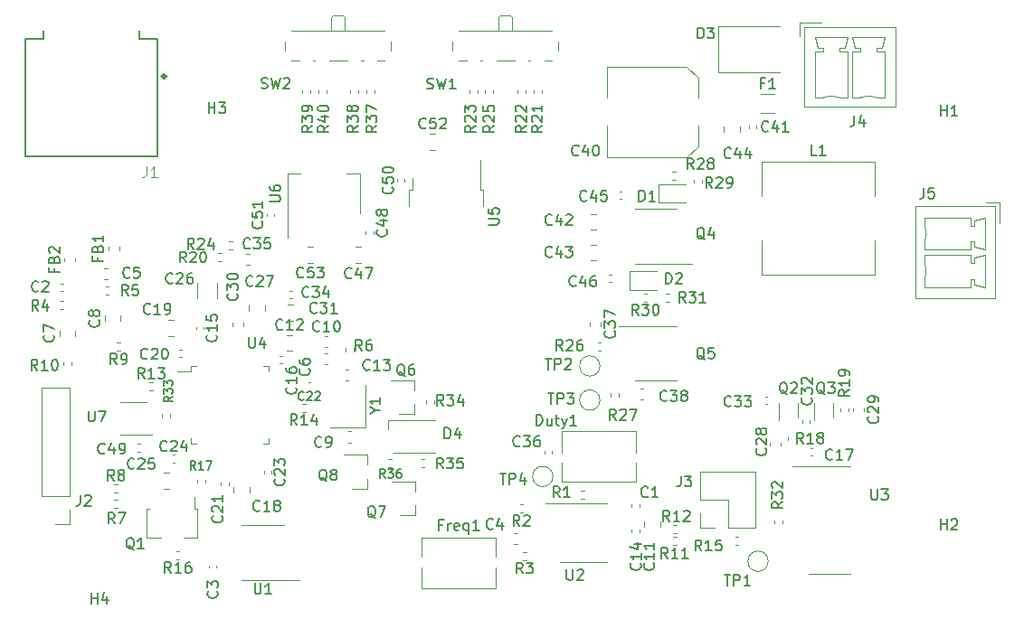
<source format=gbr>
%TF.GenerationSoftware,KiCad,Pcbnew,5.1.10*%
%TF.CreationDate,2021-07-04T17:59:21+02:00*%
%TF.ProjectId,SoundLazer,536f756e-644c-4617-9a65-722e6b696361,rev?*%
%TF.SameCoordinates,Original*%
%TF.FileFunction,Legend,Top*%
%TF.FilePolarity,Positive*%
%FSLAX46Y46*%
G04 Gerber Fmt 4.6, Leading zero omitted, Abs format (unit mm)*
G04 Created by KiCad (PCBNEW 5.1.10) date 2021-07-04 17:59:21*
%MOMM*%
%LPD*%
G01*
G04 APERTURE LIST*
%ADD10C,0.127000*%
%ADD11C,0.340000*%
%ADD12C,0.120000*%
%ADD13C,0.015000*%
%ADD14C,0.150000*%
G04 APERTURE END LIST*
D10*
%TO.C,J1*%
X119950000Y-107750000D02*
X107550000Y-107750000D01*
X107550000Y-107750000D02*
X107550000Y-96750000D01*
X119950000Y-107750000D02*
X119950000Y-96750000D01*
X119950000Y-96750000D02*
X118250000Y-96750000D01*
X109250000Y-96750000D02*
X107550000Y-96750000D01*
X118250000Y-96750000D02*
X118250000Y-95950000D01*
X109250000Y-96750000D02*
X109250000Y-95950000D01*
D11*
X120720000Y-100250000D02*
G75*
G03*
X120720000Y-100250000I-170000J0D01*
G01*
D12*
%TO.C,C26*%
X123690000Y-119588748D02*
X123690000Y-121011252D01*
X125510000Y-119588748D02*
X125510000Y-121011252D01*
%TO.C,SW2*%
X141200000Y-98820000D02*
X140500000Y-98820000D01*
X133200000Y-98820000D02*
X132500000Y-98820000D01*
X139200000Y-98820000D02*
X139000000Y-98820000D01*
X134700000Y-98820000D02*
X134500000Y-98820000D01*
X137500000Y-94730000D02*
X137300000Y-94530000D01*
X136200000Y-94730000D02*
X136400000Y-94530000D01*
X137500000Y-96030000D02*
X137500000Y-94730000D01*
X136400000Y-94530000D02*
X137300000Y-94530000D01*
X136200000Y-94730000D02*
X136200000Y-96030000D01*
X141200000Y-96030000D02*
X132500000Y-96030000D01*
X137700000Y-98820000D02*
X136000000Y-98820000D01*
X141800000Y-97820000D02*
X141800000Y-97030000D01*
X131900000Y-97030000D02*
X131900000Y-97820000D01*
%TO.C,R40*%
X134970000Y-101853641D02*
X134970000Y-101546359D01*
X135730000Y-101853641D02*
X135730000Y-101546359D01*
%TO.C,R39*%
X134230000Y-101546359D02*
X134230000Y-101853641D01*
X133470000Y-101546359D02*
X133470000Y-101853641D01*
%TO.C,R38*%
X138730000Y-101546359D02*
X138730000Y-101853641D01*
X137970000Y-101546359D02*
X137970000Y-101853641D01*
%TO.C,R37*%
X139470000Y-101853641D02*
X139470000Y-101546359D01*
X140230000Y-101853641D02*
X140230000Y-101546359D01*
%TO.C,R36*%
X141546359Y-136120000D02*
X141853641Y-136120000D01*
X141546359Y-136880000D02*
X141853641Y-136880000D01*
%TO.C,R35*%
X144646359Y-136120000D02*
X144953641Y-136120000D01*
X144646359Y-136880000D02*
X144953641Y-136880000D01*
%TO.C,R34*%
X145880000Y-130646359D02*
X145880000Y-130953641D01*
X145120000Y-130646359D02*
X145120000Y-130953641D01*
%TO.C,Q8*%
X139560000Y-138880000D02*
X139560000Y-137950000D01*
X139560000Y-135720000D02*
X139560000Y-136650000D01*
X139560000Y-135720000D02*
X137400000Y-135720000D01*
X139560000Y-138880000D02*
X138100000Y-138880000D01*
%TO.C,Q7*%
X144060000Y-141380000D02*
X144060000Y-140450000D01*
X144060000Y-138220000D02*
X144060000Y-139150000D01*
X144060000Y-138220000D02*
X141900000Y-138220000D01*
X144060000Y-141380000D02*
X142600000Y-141380000D01*
%TO.C,Q6*%
X143960000Y-131880000D02*
X143960000Y-130950000D01*
X143960000Y-128720000D02*
X143960000Y-129650000D01*
X143960000Y-128720000D02*
X141800000Y-128720000D01*
X143960000Y-131880000D02*
X142500000Y-131880000D01*
%TO.C,D4*%
X141500000Y-133300000D02*
X141500000Y-132500000D01*
X141499956Y-132500000D02*
X145950000Y-132500000D01*
X142050000Y-135500000D02*
X145950000Y-135500000D01*
%TO.C,U1*%
X129800000Y-147460000D02*
X133250000Y-147460000D01*
X129800000Y-147460000D02*
X127850000Y-147460000D01*
X129800000Y-142340000D02*
X131750000Y-142340000D01*
X129800000Y-142340000D02*
X127850000Y-142340000D01*
%TO.C,J2*%
X111730000Y-142230000D02*
X110400000Y-142230000D01*
X111730000Y-140900000D02*
X111730000Y-142230000D01*
X111730000Y-139630000D02*
X109070000Y-139630000D01*
X109070000Y-139630000D02*
X109070000Y-129410000D01*
X111730000Y-139630000D02*
X111730000Y-129410000D01*
X111730000Y-129410000D02*
X109070000Y-129410000D01*
%TO.C,Q4*%
X166550000Y-117810000D02*
X170000000Y-117810000D01*
X166550000Y-117810000D02*
X164600000Y-117810000D01*
X166550000Y-112690000D02*
X168500000Y-112690000D01*
X166550000Y-112690000D02*
X164600000Y-112690000D01*
%TO.C,C51*%
X130860000Y-113357836D02*
X130860000Y-113142164D01*
X130140000Y-113357836D02*
X130140000Y-113142164D01*
%TO.C,C50*%
X143060000Y-110107836D02*
X143060000Y-109892164D01*
X142340000Y-110107836D02*
X142340000Y-109892164D01*
%TO.C,C49*%
X118072164Y-135410000D02*
X118287836Y-135410000D01*
X118072164Y-134690000D02*
X118287836Y-134690000D01*
%TO.C,C48*%
X140160000Y-115007836D02*
X140160000Y-114792164D01*
X139440000Y-115007836D02*
X139440000Y-114792164D01*
%TO.C,C46*%
X162192164Y-119560000D02*
X162407836Y-119560000D01*
X162192164Y-118840000D02*
X162407836Y-118840000D01*
%TO.C,C45*%
X163192164Y-111760000D02*
X163407836Y-111760000D01*
X163192164Y-111040000D02*
X163407836Y-111040000D01*
%TO.C,C41*%
X176010000Y-105107836D02*
X176010000Y-104892164D01*
X175290000Y-105107836D02*
X175290000Y-104892164D01*
%TO.C,C36*%
X156860000Y-135607836D02*
X156860000Y-135392164D01*
X156140000Y-135607836D02*
X156140000Y-135392164D01*
%TO.C,C34*%
X132507836Y-120340000D02*
X132292164Y-120340000D01*
X132507836Y-121060000D02*
X132292164Y-121060000D01*
%TO.C,C33*%
X177007836Y-130240000D02*
X176792164Y-130240000D01*
X177007836Y-130960000D02*
X176792164Y-130960000D01*
%TO.C,C32*%
X181010000Y-132707836D02*
X181010000Y-132492164D01*
X180290000Y-132707836D02*
X180290000Y-132492164D01*
%TO.C,C24*%
X121342164Y-136460000D02*
X121557836Y-136460000D01*
X121342164Y-135740000D02*
X121557836Y-135740000D01*
%TO.C,C23*%
X129890000Y-137242164D02*
X129890000Y-137457836D01*
X130610000Y-137242164D02*
X130610000Y-137457836D01*
%TO.C,C22*%
X134257836Y-128940000D02*
X134042164Y-128940000D01*
X134257836Y-129660000D02*
X134042164Y-129660000D01*
%TO.C,C21*%
X126610000Y-138557836D02*
X126610000Y-138342164D01*
X125890000Y-138557836D02*
X125890000Y-138342164D01*
%TO.C,C20*%
X121992164Y-126560000D02*
X122207836Y-126560000D01*
X121992164Y-125840000D02*
X122207836Y-125840000D01*
%TO.C,C17*%
X181042164Y-135810000D02*
X181257836Y-135810000D01*
X181042164Y-135090000D02*
X181257836Y-135090000D01*
%TO.C,C16*%
X131607836Y-126440000D02*
X131392164Y-126440000D01*
X131607836Y-127160000D02*
X131392164Y-127160000D01*
%TO.C,C15*%
X123540000Y-123742164D02*
X123540000Y-123957836D01*
X124260000Y-123742164D02*
X124260000Y-123957836D01*
%TO.C,C14*%
X164340000Y-142742164D02*
X164340000Y-142957836D01*
X165060000Y-142742164D02*
X165060000Y-142957836D01*
%TO.C,C3*%
X124740000Y-146092164D02*
X124740000Y-146307836D01*
X125460000Y-146092164D02*
X125460000Y-146307836D01*
%TO.C,C2*%
X111107836Y-119690000D02*
X110892164Y-119690000D01*
X111107836Y-120410000D02*
X110892164Y-120410000D01*
%TO.C,C1*%
X165060000Y-140607836D02*
X165060000Y-140392164D01*
X164340000Y-140607836D02*
X164340000Y-140392164D01*
%TO.C,Q3*%
X181400000Y-132450000D02*
X181400000Y-130900000D01*
X183200000Y-130900000D02*
X183200000Y-132200000D01*
%TO.C,Y1*%
X139425000Y-133150000D02*
X139425000Y-129150000D01*
X136125000Y-133150000D02*
X139425000Y-133150000D01*
%TO.C,U7*%
X116500000Y-133850000D02*
X119450000Y-133850000D01*
X118900000Y-130750000D02*
X116500000Y-130750000D01*
%TO.C,U6*%
X132090000Y-115350000D02*
X132090000Y-109340000D01*
X138910000Y-113100000D02*
X138910000Y-109340000D01*
X132090000Y-109340000D02*
X133350000Y-109340000D01*
X138910000Y-109340000D02*
X137650000Y-109340000D01*
%TO.C,U5*%
X143770000Y-110930000D02*
X143770000Y-109830000D01*
X143500000Y-110930000D02*
X143770000Y-110930000D01*
X143500000Y-112430000D02*
X143500000Y-110930000D01*
X150130000Y-110930000D02*
X150130000Y-108100000D01*
X150400000Y-110930000D02*
X150130000Y-110930000D01*
X150400000Y-112430000D02*
X150400000Y-110930000D01*
%TO.C,U4*%
X123090000Y-127890000D02*
X121800000Y-127890000D01*
X123090000Y-127440000D02*
X123090000Y-127890000D01*
X123540000Y-127440000D02*
X123090000Y-127440000D01*
X130310000Y-127440000D02*
X130310000Y-127890000D01*
X129860000Y-127440000D02*
X130310000Y-127440000D01*
X123090000Y-134660000D02*
X123090000Y-134210000D01*
X123540000Y-134660000D02*
X123090000Y-134660000D01*
X130310000Y-134660000D02*
X130310000Y-134210000D01*
X129860000Y-134660000D02*
X130310000Y-134660000D01*
%TO.C,U3*%
X182850000Y-136790000D02*
X179400000Y-136790000D01*
X182850000Y-136790000D02*
X184800000Y-136790000D01*
X182850000Y-146910000D02*
X180900000Y-146910000D01*
X182850000Y-146910000D02*
X184800000Y-146910000D01*
%TO.C,U2*%
X159850000Y-140265000D02*
X156250000Y-140265000D01*
X159850000Y-140265000D02*
X162050000Y-140265000D01*
X159850000Y-145735000D02*
X157650000Y-145735000D01*
X159850000Y-145735000D02*
X162050000Y-145735000D01*
%TO.C,TP4*%
X156950000Y-137750000D02*
G75*
G03*
X156950000Y-137750000I-950000J0D01*
G01*
%TO.C,TP3*%
X161350000Y-130600000D02*
G75*
G03*
X161350000Y-130600000I-950000J0D01*
G01*
%TO.C,TP2*%
X161350000Y-127400000D02*
G75*
G03*
X161350000Y-127400000I-950000J0D01*
G01*
%TO.C,TP1*%
X177100000Y-145700000D02*
G75*
G03*
X177100000Y-145700000I-950000J0D01*
G01*
%TO.C,SW1*%
X147550000Y-97030000D02*
X147550000Y-97820000D01*
X157450000Y-97820000D02*
X157450000Y-97030000D01*
X153350000Y-98820000D02*
X151650000Y-98820000D01*
X156850000Y-96030000D02*
X148150000Y-96030000D01*
X151850000Y-94730000D02*
X151850000Y-96030000D01*
X152050000Y-94530000D02*
X152950000Y-94530000D01*
X153150000Y-96030000D02*
X153150000Y-94730000D01*
X151850000Y-94730000D02*
X152050000Y-94530000D01*
X153150000Y-94730000D02*
X152950000Y-94530000D01*
X150350000Y-98820000D02*
X150150000Y-98820000D01*
X154850000Y-98820000D02*
X154650000Y-98820000D01*
X148850000Y-98820000D02*
X148150000Y-98820000D01*
X156850000Y-98820000D02*
X156150000Y-98820000D01*
%TO.C,R33*%
X121080000Y-132203641D02*
X121080000Y-131896359D01*
X120320000Y-132203641D02*
X120320000Y-131896359D01*
%TO.C,R32*%
X177670000Y-141846359D02*
X177670000Y-142153641D01*
X178430000Y-141846359D02*
X178430000Y-142153641D01*
%TO.C,R31*%
X167853641Y-120620000D02*
X167546359Y-120620000D01*
X167853641Y-121380000D02*
X167546359Y-121380000D01*
%TO.C,R30*%
X165753641Y-120620000D02*
X165446359Y-120620000D01*
X165753641Y-121380000D02*
X165446359Y-121380000D01*
%TO.C,R29*%
X170120000Y-109946359D02*
X170120000Y-110253641D01*
X170880000Y-109946359D02*
X170880000Y-110253641D01*
%TO.C,R28*%
X168453641Y-109220000D02*
X168146359Y-109220000D01*
X168453641Y-109980000D02*
X168146359Y-109980000D01*
%TO.C,R27*%
X162320000Y-129946359D02*
X162320000Y-130253641D01*
X163080000Y-129946359D02*
X163080000Y-130253641D01*
%TO.C,R26*%
X161453641Y-125220000D02*
X161146359Y-125220000D01*
X161453641Y-125980000D02*
X161146359Y-125980000D01*
%TO.C,R25*%
X151380000Y-101853641D02*
X151380000Y-101546359D01*
X150620000Y-101853641D02*
X150620000Y-101546359D01*
%TO.C,R24*%
X126953641Y-115720000D02*
X126646359Y-115720000D01*
X126953641Y-116480000D02*
X126646359Y-116480000D01*
%TO.C,R23*%
X149120000Y-101546359D02*
X149120000Y-101853641D01*
X149880000Y-101546359D02*
X149880000Y-101853641D01*
%TO.C,R22*%
X153620000Y-101546359D02*
X153620000Y-101853641D01*
X154380000Y-101546359D02*
X154380000Y-101853641D01*
%TO.C,R21*%
X155880000Y-101853641D02*
X155880000Y-101546359D01*
X155120000Y-101853641D02*
X155120000Y-101546359D01*
%TO.C,R20*%
X125953641Y-116820000D02*
X125646359Y-116820000D01*
X125953641Y-117580000D02*
X125646359Y-117580000D01*
%TO.C,R19*%
X183820000Y-131346359D02*
X183820000Y-131653641D01*
X184580000Y-131346359D02*
X184580000Y-131653641D01*
%TO.C,R18*%
X178920000Y-134056359D02*
X178920000Y-134363641D01*
X179680000Y-134056359D02*
X179680000Y-134363641D01*
%TO.C,R17*%
X124380000Y-138353641D02*
X124380000Y-138046359D01*
X123620000Y-138353641D02*
X123620000Y-138046359D01*
%TO.C,R16*%
X122003641Y-144770000D02*
X121696359Y-144770000D01*
X122003641Y-145530000D02*
X121696359Y-145530000D01*
%TO.C,R15*%
X173996359Y-144180000D02*
X174303641Y-144180000D01*
X173996359Y-143420000D02*
X174303641Y-143420000D01*
%TO.C,R14*%
X133803641Y-130920000D02*
X133496359Y-130920000D01*
X133803641Y-131680000D02*
X133496359Y-131680000D01*
%TO.C,R13*%
X119196359Y-129680000D02*
X119503641Y-129680000D01*
X119196359Y-128920000D02*
X119503641Y-128920000D01*
%TO.C,R12*%
X168503641Y-142270000D02*
X168196359Y-142270000D01*
X168503641Y-143030000D02*
X168196359Y-143030000D01*
%TO.C,R11*%
X168503641Y-143420000D02*
X168196359Y-143420000D01*
X168503641Y-144180000D02*
X168196359Y-144180000D01*
%TO.C,R10*%
X111120000Y-127046359D02*
X111120000Y-127353641D01*
X111880000Y-127046359D02*
X111880000Y-127353641D01*
%TO.C,R9*%
X116453641Y-125220000D02*
X116146359Y-125220000D01*
X116453641Y-125980000D02*
X116146359Y-125980000D01*
%TO.C,R8*%
X115896359Y-139230000D02*
X116203641Y-139230000D01*
X115896359Y-138470000D02*
X116203641Y-138470000D01*
%TO.C,R7*%
X115896359Y-140730000D02*
X116203641Y-140730000D01*
X115896359Y-139970000D02*
X116203641Y-139970000D01*
%TO.C,R6*%
X138330000Y-126053641D02*
X138330000Y-125746359D01*
X137570000Y-126053641D02*
X137570000Y-125746359D01*
%TO.C,R5*%
X115096359Y-120680000D02*
X115403641Y-120680000D01*
X115096359Y-119920000D02*
X115403641Y-119920000D01*
%TO.C,R4*%
X110806359Y-122080000D02*
X111113641Y-122080000D01*
X110806359Y-121320000D02*
X111113641Y-121320000D01*
%TO.C,R3*%
X154453641Y-144820000D02*
X154146359Y-144820000D01*
X154453641Y-145580000D02*
X154146359Y-145580000D01*
%TO.C,R2*%
X154153641Y-140370000D02*
X153846359Y-140370000D01*
X154153641Y-141130000D02*
X153846359Y-141130000D01*
%TO.C,R1*%
X159903641Y-139120000D02*
X159596359Y-139120000D01*
X159903641Y-139880000D02*
X159596359Y-139880000D01*
%TO.C,Q5*%
X166600000Y-123640000D02*
X163150000Y-123640000D01*
X166600000Y-123640000D02*
X168550000Y-123640000D01*
X166600000Y-128760000D02*
X164650000Y-128760000D01*
X166600000Y-128760000D02*
X168550000Y-128760000D01*
%TO.C,Q2*%
X178100000Y-132450000D02*
X178100000Y-130900000D01*
X179900000Y-130900000D02*
X179900000Y-132200000D01*
%TO.C,Q1*%
X118940000Y-140790000D02*
X119170000Y-140790000D01*
X123660000Y-140790000D02*
X123430000Y-140790000D01*
X123660000Y-140790000D02*
X123660000Y-143510000D01*
X123660000Y-143510000D02*
X122350000Y-143510000D01*
X123430000Y-139650000D02*
X123430000Y-140790000D01*
X118940000Y-143510000D02*
X118940000Y-140790000D01*
X120250000Y-143510000D02*
X118940000Y-143510000D01*
%TO.C,L1*%
X187100000Y-108250000D02*
X187100000Y-111450000D01*
X176500000Y-108250000D02*
X187100000Y-108250000D01*
X176500000Y-111450000D02*
X176500000Y-108250000D01*
X176500000Y-118850000D02*
X176500000Y-115650000D01*
X187100000Y-118850000D02*
X176500000Y-118850000D01*
X187100000Y-115650000D02*
X187100000Y-118850000D01*
%TO.C,J5*%
X198750000Y-112050000D02*
X198750000Y-114050000D01*
X197500000Y-112050000D02*
X198750000Y-112050000D01*
X191750000Y-120000000D02*
X191750000Y-119250000D01*
X196050000Y-120000000D02*
X191750000Y-120000000D01*
X196050000Y-119250000D02*
X196050000Y-120000000D01*
X196400000Y-119250000D02*
X196050000Y-119250000D01*
X196400000Y-119750000D02*
X196400000Y-119250000D01*
X197400000Y-120000000D02*
X196400000Y-119750000D01*
X197400000Y-117000000D02*
X197400000Y-120000000D01*
X196400000Y-117250000D02*
X197400000Y-117000000D01*
X196400000Y-117750000D02*
X196400000Y-117250000D01*
X196050000Y-117750000D02*
X196400000Y-117750000D01*
X196050000Y-117000000D02*
X196050000Y-117750000D01*
X191750000Y-117000000D02*
X196050000Y-117000000D01*
X191750000Y-117750000D02*
X191750000Y-117000000D01*
X191750000Y-116500000D02*
X191750000Y-115750000D01*
X196050000Y-116500000D02*
X191750000Y-116500000D01*
X196050000Y-115750000D02*
X196050000Y-116500000D01*
X196400000Y-115750000D02*
X196050000Y-115750000D01*
X196400000Y-116250000D02*
X196400000Y-115750000D01*
X197400000Y-116500000D02*
X196400000Y-116250000D01*
X197400000Y-113500000D02*
X197400000Y-116500000D01*
X196400000Y-113750000D02*
X197400000Y-113500000D01*
X196400000Y-114250000D02*
X196400000Y-113750000D01*
X196050000Y-114250000D02*
X196400000Y-114250000D01*
X196050000Y-113500000D02*
X196050000Y-114250000D01*
X191750000Y-113500000D02*
X196050000Y-113500000D01*
X191750000Y-114250000D02*
X191750000Y-113500000D01*
X198360000Y-121060000D02*
X198360000Y-112440000D01*
X190890000Y-121060000D02*
X198360000Y-121060000D01*
X190890000Y-112440000D02*
X190890000Y-121060000D01*
X198360000Y-112440000D02*
X190890000Y-112440000D01*
X191750155Y-115749647D02*
G75*
G03*
X191750000Y-114250000I-1700155J749647D01*
G01*
X191750155Y-119249647D02*
G75*
G03*
X191750000Y-117750000I-1700155J749647D01*
G01*
%TO.C,J4*%
X180050000Y-95250000D02*
X182050000Y-95250000D01*
X180050000Y-96500000D02*
X180050000Y-95250000D01*
X188000000Y-102250000D02*
X187250000Y-102250000D01*
X188000000Y-97950000D02*
X188000000Y-102250000D01*
X187250000Y-97950000D02*
X188000000Y-97950000D01*
X187250000Y-97600000D02*
X187250000Y-97950000D01*
X187750000Y-97600000D02*
X187250000Y-97600000D01*
X188000000Y-96600000D02*
X187750000Y-97600000D01*
X185000000Y-96600000D02*
X188000000Y-96600000D01*
X185250000Y-97600000D02*
X185000000Y-96600000D01*
X185750000Y-97600000D02*
X185250000Y-97600000D01*
X185750000Y-97950000D02*
X185750000Y-97600000D01*
X185000000Y-97950000D02*
X185750000Y-97950000D01*
X185000000Y-102250000D02*
X185000000Y-97950000D01*
X185750000Y-102250000D02*
X185000000Y-102250000D01*
X184500000Y-102250000D02*
X183750000Y-102250000D01*
X184500000Y-97950000D02*
X184500000Y-102250000D01*
X183750000Y-97950000D02*
X184500000Y-97950000D01*
X183750000Y-97600000D02*
X183750000Y-97950000D01*
X184250000Y-97600000D02*
X183750000Y-97600000D01*
X184500000Y-96600000D02*
X184250000Y-97600000D01*
X181500000Y-96600000D02*
X184500000Y-96600000D01*
X181750000Y-97600000D02*
X181500000Y-96600000D01*
X182250000Y-97600000D02*
X181750000Y-97600000D01*
X182250000Y-97950000D02*
X182250000Y-97600000D01*
X181500000Y-97950000D02*
X182250000Y-97950000D01*
X181500000Y-102250000D02*
X181500000Y-97950000D01*
X182250000Y-102250000D02*
X181500000Y-102250000D01*
X189060000Y-95640000D02*
X180440000Y-95640000D01*
X189060000Y-103110000D02*
X189060000Y-95640000D01*
X180440000Y-103110000D02*
X189060000Y-103110000D01*
X180440000Y-95640000D02*
X180440000Y-103110000D01*
X183749647Y-102249845D02*
G75*
G03*
X182250000Y-102250000I-749647J-1700155D01*
G01*
X187249647Y-102249845D02*
G75*
G03*
X185750000Y-102250000I-749647J-1700155D01*
G01*
%TO.C,J3*%
X170720000Y-142530000D02*
X170720000Y-141200000D01*
X172050000Y-142530000D02*
X170720000Y-142530000D01*
X170720000Y-139930000D02*
X170720000Y-137330000D01*
X173320000Y-139930000D02*
X170720000Y-139930000D01*
X173320000Y-142530000D02*
X173320000Y-139930000D01*
X170720000Y-137330000D02*
X175920000Y-137330000D01*
X173320000Y-142530000D02*
X175920000Y-142530000D01*
X175920000Y-142530000D02*
X175920000Y-137330000D01*
%TO.C,Freq1*%
X151625000Y-146246000D02*
X151625000Y-148210000D01*
X151625000Y-143470000D02*
X151625000Y-145256000D01*
X144675000Y-146246000D02*
X144675000Y-148210000D01*
X144675000Y-143470000D02*
X144675000Y-145256000D01*
X144675000Y-148210000D02*
X151625000Y-148210000D01*
X144675000Y-143470000D02*
X151625000Y-143470000D01*
%TO.C,FB2*%
X112260000Y-117612779D02*
X112260000Y-117287221D01*
X111240000Y-117612779D02*
X111240000Y-117287221D01*
%TO.C,FB1*%
X116360000Y-116562779D02*
X116360000Y-116237221D01*
X115340000Y-116562779D02*
X115340000Y-116237221D01*
%TO.C,F1*%
X176447936Y-103710000D02*
X177652064Y-103710000D01*
X176447936Y-101890000D02*
X177652064Y-101890000D01*
%TO.C,Duty1*%
X157775000Y-135504000D02*
X157775000Y-133540000D01*
X157775000Y-138280000D02*
X157775000Y-136494000D01*
X164725000Y-135504000D02*
X164725000Y-133540000D01*
X164725000Y-138280000D02*
X164725000Y-136494000D01*
X164725000Y-133540000D02*
X157775000Y-133540000D01*
X164725000Y-138280000D02*
X157775000Y-138280000D01*
%TO.C,D3*%
X172450000Y-95550000D02*
X178150000Y-95550000D01*
X172450000Y-99850000D02*
X178150000Y-99850000D01*
X172450000Y-95550000D02*
X172450000Y-99850000D01*
%TO.C,D2*%
X164100000Y-118550000D02*
X166650000Y-118550000D01*
X164100000Y-120250000D02*
X166650000Y-120250000D01*
X164100000Y-118550000D02*
X164100000Y-120250000D01*
%TO.C,D1*%
X166800000Y-110350000D02*
X169350000Y-110350000D01*
X166800000Y-112050000D02*
X169350000Y-112050000D01*
X166800000Y-110350000D02*
X166800000Y-112050000D01*
%TO.C,C53*%
X134511252Y-116265000D02*
X133988748Y-116265000D01*
X134511252Y-117735000D02*
X133988748Y-117735000D01*
%TO.C,C52*%
X145438748Y-107135000D02*
X145961252Y-107135000D01*
X145438748Y-105665000D02*
X145961252Y-105665000D01*
%TO.C,C47*%
X138488748Y-117735000D02*
X139011252Y-117735000D01*
X138488748Y-116265000D02*
X139011252Y-116265000D01*
%TO.C,C44*%
X172965000Y-104938748D02*
X172965000Y-105461252D01*
X174435000Y-104938748D02*
X174435000Y-105461252D01*
%TO.C,C43*%
X161011252Y-116065000D02*
X160488748Y-116065000D01*
X161011252Y-117535000D02*
X160488748Y-117535000D01*
%TO.C,C42*%
X161011252Y-113165000D02*
X160488748Y-113165000D01*
X161011252Y-114635000D02*
X160488748Y-114635000D01*
%TO.C,C40*%
X170560000Y-100404437D02*
X169495563Y-99340000D01*
X170560000Y-106795563D02*
X169495563Y-107860000D01*
X170560000Y-106795563D02*
X170560000Y-104910000D01*
X170560000Y-100404437D02*
X170560000Y-102290000D01*
X169495563Y-99340000D02*
X162040000Y-99340000D01*
X169495563Y-107860000D02*
X162040000Y-107860000D01*
X162040000Y-107860000D02*
X162040000Y-104910000D01*
X162040000Y-99340000D02*
X162040000Y-102290000D01*
%TO.C,C38*%
X165440580Y-129490000D02*
X165159420Y-129490000D01*
X165440580Y-130510000D02*
X165159420Y-130510000D01*
%TO.C,C37*%
X160390000Y-123359420D02*
X160390000Y-123640580D01*
X161410000Y-123359420D02*
X161410000Y-123640580D01*
%TO.C,C35*%
X128259420Y-117910000D02*
X128540580Y-117910000D01*
X128259420Y-116890000D02*
X128540580Y-116890000D01*
%TO.C,C31*%
X132088748Y-123135000D02*
X132611252Y-123135000D01*
X132088748Y-121665000D02*
X132611252Y-121665000D01*
%TO.C,C30*%
X126940000Y-123359420D02*
X126940000Y-123640580D01*
X127960000Y-123359420D02*
X127960000Y-123640580D01*
%TO.C,C29*%
X185040000Y-131359420D02*
X185040000Y-131640580D01*
X186060000Y-131359420D02*
X186060000Y-131640580D01*
%TO.C,C28*%
X177290000Y-134559420D02*
X177290000Y-134840580D01*
X178310000Y-134559420D02*
X178310000Y-134840580D01*
%TO.C,C27*%
X129985000Y-122261252D02*
X129985000Y-121738748D01*
X128515000Y-122261252D02*
X128515000Y-121738748D01*
%TO.C,C25*%
X121061252Y-137415000D02*
X120538748Y-137415000D01*
X121061252Y-138885000D02*
X120538748Y-138885000D01*
%TO.C,C19*%
X121461252Y-123115000D02*
X120938748Y-123115000D01*
X121461252Y-124585000D02*
X120938748Y-124585000D01*
%TO.C,C18*%
X127065000Y-138738748D02*
X127065000Y-139261252D01*
X128535000Y-138738748D02*
X128535000Y-139261252D01*
%TO.C,C13*%
X137815580Y-127740000D02*
X137534420Y-127740000D01*
X137815580Y-128760000D02*
X137534420Y-128760000D01*
%TO.C,C12*%
X132038748Y-125985000D02*
X132561252Y-125985000D01*
X132038748Y-124515000D02*
X132561252Y-124515000D01*
%TO.C,C11*%
X166985000Y-142461252D02*
X166985000Y-141938748D01*
X165515000Y-142461252D02*
X165515000Y-141938748D01*
%TO.C,C10*%
X135609420Y-125660000D02*
X135890580Y-125660000D01*
X135609420Y-124640000D02*
X135890580Y-124640000D01*
%TO.C,C9*%
X137784420Y-134560000D02*
X138065580Y-134560000D01*
X137784420Y-133540000D02*
X138065580Y-133540000D01*
%TO.C,C8*%
X116485000Y-123211252D02*
X116485000Y-122688748D01*
X115015000Y-123211252D02*
X115015000Y-122688748D01*
%TO.C,C7*%
X112235000Y-124611252D02*
X112235000Y-124088748D01*
X110765000Y-124611252D02*
X110765000Y-124088748D01*
%TO.C,C6*%
X135609420Y-127260000D02*
X135890580Y-127260000D01*
X135609420Y-126240000D02*
X135890580Y-126240000D01*
%TO.C,C5*%
X115240580Y-118240000D02*
X114959420Y-118240000D01*
X115240580Y-119260000D02*
X114959420Y-119260000D01*
%TO.C,C4*%
X153590580Y-143040000D02*
X153309420Y-143040000D01*
X153590580Y-144060000D02*
X153309420Y-144060000D01*
%TO.C,J1*%
D13*
X118916532Y-108702160D02*
X118916532Y-109416733D01*
X118868894Y-109559648D01*
X118773618Y-109654924D01*
X118630703Y-109702562D01*
X118535427Y-109702562D01*
X119916934Y-109702562D02*
X119345276Y-109702562D01*
X119631105Y-109702562D02*
X119631105Y-108702160D01*
X119535829Y-108845075D01*
X119440552Y-108940351D01*
X119345276Y-108987989D01*
%TO.C,C26*%
D14*
X121357142Y-119607142D02*
X121309523Y-119654761D01*
X121166666Y-119702380D01*
X121071428Y-119702380D01*
X120928571Y-119654761D01*
X120833333Y-119559523D01*
X120785714Y-119464285D01*
X120738095Y-119273809D01*
X120738095Y-119130952D01*
X120785714Y-118940476D01*
X120833333Y-118845238D01*
X120928571Y-118750000D01*
X121071428Y-118702380D01*
X121166666Y-118702380D01*
X121309523Y-118750000D01*
X121357142Y-118797619D01*
X121738095Y-118797619D02*
X121785714Y-118750000D01*
X121880952Y-118702380D01*
X122119047Y-118702380D01*
X122214285Y-118750000D01*
X122261904Y-118797619D01*
X122309523Y-118892857D01*
X122309523Y-118988095D01*
X122261904Y-119130952D01*
X121690476Y-119702380D01*
X122309523Y-119702380D01*
X123166666Y-118702380D02*
X122976190Y-118702380D01*
X122880952Y-118750000D01*
X122833333Y-118797619D01*
X122738095Y-118940476D01*
X122690476Y-119130952D01*
X122690476Y-119511904D01*
X122738095Y-119607142D01*
X122785714Y-119654761D01*
X122880952Y-119702380D01*
X123071428Y-119702380D01*
X123166666Y-119654761D01*
X123214285Y-119607142D01*
X123261904Y-119511904D01*
X123261904Y-119273809D01*
X123214285Y-119178571D01*
X123166666Y-119130952D01*
X123071428Y-119083333D01*
X122880952Y-119083333D01*
X122785714Y-119130952D01*
X122738095Y-119178571D01*
X122690476Y-119273809D01*
%TO.C,SW2*%
X129666666Y-101354761D02*
X129809523Y-101402380D01*
X130047619Y-101402380D01*
X130142857Y-101354761D01*
X130190476Y-101307142D01*
X130238095Y-101211904D01*
X130238095Y-101116666D01*
X130190476Y-101021428D01*
X130142857Y-100973809D01*
X130047619Y-100926190D01*
X129857142Y-100878571D01*
X129761904Y-100830952D01*
X129714285Y-100783333D01*
X129666666Y-100688095D01*
X129666666Y-100592857D01*
X129714285Y-100497619D01*
X129761904Y-100450000D01*
X129857142Y-100402380D01*
X130095238Y-100402380D01*
X130238095Y-100450000D01*
X130571428Y-100402380D02*
X130809523Y-101402380D01*
X131000000Y-100688095D01*
X131190476Y-101402380D01*
X131428571Y-100402380D01*
X131761904Y-100497619D02*
X131809523Y-100450000D01*
X131904761Y-100402380D01*
X132142857Y-100402380D01*
X132238095Y-100450000D01*
X132285714Y-100497619D01*
X132333333Y-100592857D01*
X132333333Y-100688095D01*
X132285714Y-100830952D01*
X131714285Y-101402380D01*
X132333333Y-101402380D01*
%TO.C,R40*%
X135952380Y-104892857D02*
X135476190Y-105226190D01*
X135952380Y-105464285D02*
X134952380Y-105464285D01*
X134952380Y-105083333D01*
X135000000Y-104988095D01*
X135047619Y-104940476D01*
X135142857Y-104892857D01*
X135285714Y-104892857D01*
X135380952Y-104940476D01*
X135428571Y-104988095D01*
X135476190Y-105083333D01*
X135476190Y-105464285D01*
X135285714Y-104035714D02*
X135952380Y-104035714D01*
X134904761Y-104273809D02*
X135619047Y-104511904D01*
X135619047Y-103892857D01*
X134952380Y-103321428D02*
X134952380Y-103226190D01*
X135000000Y-103130952D01*
X135047619Y-103083333D01*
X135142857Y-103035714D01*
X135333333Y-102988095D01*
X135571428Y-102988095D01*
X135761904Y-103035714D01*
X135857142Y-103083333D01*
X135904761Y-103130952D01*
X135952380Y-103226190D01*
X135952380Y-103321428D01*
X135904761Y-103416666D01*
X135857142Y-103464285D01*
X135761904Y-103511904D01*
X135571428Y-103559523D01*
X135333333Y-103559523D01*
X135142857Y-103511904D01*
X135047619Y-103464285D01*
X135000000Y-103416666D01*
X134952380Y-103321428D01*
%TO.C,R39*%
X134452380Y-104892857D02*
X133976190Y-105226190D01*
X134452380Y-105464285D02*
X133452380Y-105464285D01*
X133452380Y-105083333D01*
X133500000Y-104988095D01*
X133547619Y-104940476D01*
X133642857Y-104892857D01*
X133785714Y-104892857D01*
X133880952Y-104940476D01*
X133928571Y-104988095D01*
X133976190Y-105083333D01*
X133976190Y-105464285D01*
X133452380Y-104559523D02*
X133452380Y-103940476D01*
X133833333Y-104273809D01*
X133833333Y-104130952D01*
X133880952Y-104035714D01*
X133928571Y-103988095D01*
X134023809Y-103940476D01*
X134261904Y-103940476D01*
X134357142Y-103988095D01*
X134404761Y-104035714D01*
X134452380Y-104130952D01*
X134452380Y-104416666D01*
X134404761Y-104511904D01*
X134357142Y-104559523D01*
X134452380Y-103464285D02*
X134452380Y-103273809D01*
X134404761Y-103178571D01*
X134357142Y-103130952D01*
X134214285Y-103035714D01*
X134023809Y-102988095D01*
X133642857Y-102988095D01*
X133547619Y-103035714D01*
X133500000Y-103083333D01*
X133452380Y-103178571D01*
X133452380Y-103369047D01*
X133500000Y-103464285D01*
X133547619Y-103511904D01*
X133642857Y-103559523D01*
X133880952Y-103559523D01*
X133976190Y-103511904D01*
X134023809Y-103464285D01*
X134071428Y-103369047D01*
X134071428Y-103178571D01*
X134023809Y-103083333D01*
X133976190Y-103035714D01*
X133880952Y-102988095D01*
%TO.C,R38*%
X138702380Y-104892857D02*
X138226190Y-105226190D01*
X138702380Y-105464285D02*
X137702380Y-105464285D01*
X137702380Y-105083333D01*
X137750000Y-104988095D01*
X137797619Y-104940476D01*
X137892857Y-104892857D01*
X138035714Y-104892857D01*
X138130952Y-104940476D01*
X138178571Y-104988095D01*
X138226190Y-105083333D01*
X138226190Y-105464285D01*
X137702380Y-104559523D02*
X137702380Y-103940476D01*
X138083333Y-104273809D01*
X138083333Y-104130952D01*
X138130952Y-104035714D01*
X138178571Y-103988095D01*
X138273809Y-103940476D01*
X138511904Y-103940476D01*
X138607142Y-103988095D01*
X138654761Y-104035714D01*
X138702380Y-104130952D01*
X138702380Y-104416666D01*
X138654761Y-104511904D01*
X138607142Y-104559523D01*
X138130952Y-103369047D02*
X138083333Y-103464285D01*
X138035714Y-103511904D01*
X137940476Y-103559523D01*
X137892857Y-103559523D01*
X137797619Y-103511904D01*
X137750000Y-103464285D01*
X137702380Y-103369047D01*
X137702380Y-103178571D01*
X137750000Y-103083333D01*
X137797619Y-103035714D01*
X137892857Y-102988095D01*
X137940476Y-102988095D01*
X138035714Y-103035714D01*
X138083333Y-103083333D01*
X138130952Y-103178571D01*
X138130952Y-103369047D01*
X138178571Y-103464285D01*
X138226190Y-103511904D01*
X138321428Y-103559523D01*
X138511904Y-103559523D01*
X138607142Y-103511904D01*
X138654761Y-103464285D01*
X138702380Y-103369047D01*
X138702380Y-103178571D01*
X138654761Y-103083333D01*
X138607142Y-103035714D01*
X138511904Y-102988095D01*
X138321428Y-102988095D01*
X138226190Y-103035714D01*
X138178571Y-103083333D01*
X138130952Y-103178571D01*
%TO.C,R37*%
X140452380Y-104892857D02*
X139976190Y-105226190D01*
X140452380Y-105464285D02*
X139452380Y-105464285D01*
X139452380Y-105083333D01*
X139500000Y-104988095D01*
X139547619Y-104940476D01*
X139642857Y-104892857D01*
X139785714Y-104892857D01*
X139880952Y-104940476D01*
X139928571Y-104988095D01*
X139976190Y-105083333D01*
X139976190Y-105464285D01*
X139452380Y-104559523D02*
X139452380Y-103940476D01*
X139833333Y-104273809D01*
X139833333Y-104130952D01*
X139880952Y-104035714D01*
X139928571Y-103988095D01*
X140023809Y-103940476D01*
X140261904Y-103940476D01*
X140357142Y-103988095D01*
X140404761Y-104035714D01*
X140452380Y-104130952D01*
X140452380Y-104416666D01*
X140404761Y-104511904D01*
X140357142Y-104559523D01*
X139452380Y-103607142D02*
X139452380Y-102940476D01*
X140452380Y-103369047D01*
%TO.C,R36*%
X141235714Y-137861904D02*
X140969047Y-137480952D01*
X140778571Y-137861904D02*
X140778571Y-137061904D01*
X141083333Y-137061904D01*
X141159523Y-137100000D01*
X141197619Y-137138095D01*
X141235714Y-137214285D01*
X141235714Y-137328571D01*
X141197619Y-137404761D01*
X141159523Y-137442857D01*
X141083333Y-137480952D01*
X140778571Y-137480952D01*
X141502380Y-137061904D02*
X141997619Y-137061904D01*
X141730952Y-137366666D01*
X141845238Y-137366666D01*
X141921428Y-137404761D01*
X141959523Y-137442857D01*
X141997619Y-137519047D01*
X141997619Y-137709523D01*
X141959523Y-137785714D01*
X141921428Y-137823809D01*
X141845238Y-137861904D01*
X141616666Y-137861904D01*
X141540476Y-137823809D01*
X141502380Y-137785714D01*
X142683333Y-137061904D02*
X142530952Y-137061904D01*
X142454761Y-137100000D01*
X142416666Y-137138095D01*
X142340476Y-137252380D01*
X142302380Y-137404761D01*
X142302380Y-137709523D01*
X142340476Y-137785714D01*
X142378571Y-137823809D01*
X142454761Y-137861904D01*
X142607142Y-137861904D01*
X142683333Y-137823809D01*
X142721428Y-137785714D01*
X142759523Y-137709523D01*
X142759523Y-137519047D01*
X142721428Y-137442857D01*
X142683333Y-137404761D01*
X142607142Y-137366666D01*
X142454761Y-137366666D01*
X142378571Y-137404761D01*
X142340476Y-137442857D01*
X142302380Y-137519047D01*
%TO.C,R35*%
X146657142Y-137002380D02*
X146323809Y-136526190D01*
X146085714Y-137002380D02*
X146085714Y-136002380D01*
X146466666Y-136002380D01*
X146561904Y-136050000D01*
X146609523Y-136097619D01*
X146657142Y-136192857D01*
X146657142Y-136335714D01*
X146609523Y-136430952D01*
X146561904Y-136478571D01*
X146466666Y-136526190D01*
X146085714Y-136526190D01*
X146990476Y-136002380D02*
X147609523Y-136002380D01*
X147276190Y-136383333D01*
X147419047Y-136383333D01*
X147514285Y-136430952D01*
X147561904Y-136478571D01*
X147609523Y-136573809D01*
X147609523Y-136811904D01*
X147561904Y-136907142D01*
X147514285Y-136954761D01*
X147419047Y-137002380D01*
X147133333Y-137002380D01*
X147038095Y-136954761D01*
X146990476Y-136907142D01*
X148514285Y-136002380D02*
X148038095Y-136002380D01*
X147990476Y-136478571D01*
X148038095Y-136430952D01*
X148133333Y-136383333D01*
X148371428Y-136383333D01*
X148466666Y-136430952D01*
X148514285Y-136478571D01*
X148561904Y-136573809D01*
X148561904Y-136811904D01*
X148514285Y-136907142D01*
X148466666Y-136954761D01*
X148371428Y-137002380D01*
X148133333Y-137002380D01*
X148038095Y-136954761D01*
X147990476Y-136907142D01*
%TO.C,R34*%
X146707142Y-131102380D02*
X146373809Y-130626190D01*
X146135714Y-131102380D02*
X146135714Y-130102380D01*
X146516666Y-130102380D01*
X146611904Y-130150000D01*
X146659523Y-130197619D01*
X146707142Y-130292857D01*
X146707142Y-130435714D01*
X146659523Y-130530952D01*
X146611904Y-130578571D01*
X146516666Y-130626190D01*
X146135714Y-130626190D01*
X147040476Y-130102380D02*
X147659523Y-130102380D01*
X147326190Y-130483333D01*
X147469047Y-130483333D01*
X147564285Y-130530952D01*
X147611904Y-130578571D01*
X147659523Y-130673809D01*
X147659523Y-130911904D01*
X147611904Y-131007142D01*
X147564285Y-131054761D01*
X147469047Y-131102380D01*
X147183333Y-131102380D01*
X147088095Y-131054761D01*
X147040476Y-131007142D01*
X148516666Y-130435714D02*
X148516666Y-131102380D01*
X148278571Y-130054761D02*
X148040476Y-130769047D01*
X148659523Y-130769047D01*
%TO.C,Q8*%
X135804761Y-138197619D02*
X135709523Y-138150000D01*
X135614285Y-138054761D01*
X135471428Y-137911904D01*
X135376190Y-137864285D01*
X135280952Y-137864285D01*
X135328571Y-138102380D02*
X135233333Y-138054761D01*
X135138095Y-137959523D01*
X135090476Y-137769047D01*
X135090476Y-137435714D01*
X135138095Y-137245238D01*
X135233333Y-137150000D01*
X135328571Y-137102380D01*
X135519047Y-137102380D01*
X135614285Y-137150000D01*
X135709523Y-137245238D01*
X135757142Y-137435714D01*
X135757142Y-137769047D01*
X135709523Y-137959523D01*
X135614285Y-138054761D01*
X135519047Y-138102380D01*
X135328571Y-138102380D01*
X136328571Y-137530952D02*
X136233333Y-137483333D01*
X136185714Y-137435714D01*
X136138095Y-137340476D01*
X136138095Y-137292857D01*
X136185714Y-137197619D01*
X136233333Y-137150000D01*
X136328571Y-137102380D01*
X136519047Y-137102380D01*
X136614285Y-137150000D01*
X136661904Y-137197619D01*
X136709523Y-137292857D01*
X136709523Y-137340476D01*
X136661904Y-137435714D01*
X136614285Y-137483333D01*
X136519047Y-137530952D01*
X136328571Y-137530952D01*
X136233333Y-137578571D01*
X136185714Y-137626190D01*
X136138095Y-137721428D01*
X136138095Y-137911904D01*
X136185714Y-138007142D01*
X136233333Y-138054761D01*
X136328571Y-138102380D01*
X136519047Y-138102380D01*
X136614285Y-138054761D01*
X136661904Y-138007142D01*
X136709523Y-137911904D01*
X136709523Y-137721428D01*
X136661904Y-137626190D01*
X136614285Y-137578571D01*
X136519047Y-137530952D01*
%TO.C,Q7*%
X140354761Y-141647619D02*
X140259523Y-141600000D01*
X140164285Y-141504761D01*
X140021428Y-141361904D01*
X139926190Y-141314285D01*
X139830952Y-141314285D01*
X139878571Y-141552380D02*
X139783333Y-141504761D01*
X139688095Y-141409523D01*
X139640476Y-141219047D01*
X139640476Y-140885714D01*
X139688095Y-140695238D01*
X139783333Y-140600000D01*
X139878571Y-140552380D01*
X140069047Y-140552380D01*
X140164285Y-140600000D01*
X140259523Y-140695238D01*
X140307142Y-140885714D01*
X140307142Y-141219047D01*
X140259523Y-141409523D01*
X140164285Y-141504761D01*
X140069047Y-141552380D01*
X139878571Y-141552380D01*
X140640476Y-140552380D02*
X141307142Y-140552380D01*
X140878571Y-141552380D01*
%TO.C,Q6*%
X143104761Y-128347619D02*
X143009523Y-128300000D01*
X142914285Y-128204761D01*
X142771428Y-128061904D01*
X142676190Y-128014285D01*
X142580952Y-128014285D01*
X142628571Y-128252380D02*
X142533333Y-128204761D01*
X142438095Y-128109523D01*
X142390476Y-127919047D01*
X142390476Y-127585714D01*
X142438095Y-127395238D01*
X142533333Y-127300000D01*
X142628571Y-127252380D01*
X142819047Y-127252380D01*
X142914285Y-127300000D01*
X143009523Y-127395238D01*
X143057142Y-127585714D01*
X143057142Y-127919047D01*
X143009523Y-128109523D01*
X142914285Y-128204761D01*
X142819047Y-128252380D01*
X142628571Y-128252380D01*
X143914285Y-127252380D02*
X143723809Y-127252380D01*
X143628571Y-127300000D01*
X143580952Y-127347619D01*
X143485714Y-127490476D01*
X143438095Y-127680952D01*
X143438095Y-128061904D01*
X143485714Y-128157142D01*
X143533333Y-128204761D01*
X143628571Y-128252380D01*
X143819047Y-128252380D01*
X143914285Y-128204761D01*
X143961904Y-128157142D01*
X144009523Y-128061904D01*
X144009523Y-127823809D01*
X143961904Y-127728571D01*
X143914285Y-127680952D01*
X143819047Y-127633333D01*
X143628571Y-127633333D01*
X143533333Y-127680952D01*
X143485714Y-127728571D01*
X143438095Y-127823809D01*
%TO.C,D4*%
X146811904Y-134202380D02*
X146811904Y-133202380D01*
X147050000Y-133202380D01*
X147192857Y-133250000D01*
X147288095Y-133345238D01*
X147335714Y-133440476D01*
X147383333Y-133630952D01*
X147383333Y-133773809D01*
X147335714Y-133964285D01*
X147288095Y-134059523D01*
X147192857Y-134154761D01*
X147050000Y-134202380D01*
X146811904Y-134202380D01*
X148240476Y-133535714D02*
X148240476Y-134202380D01*
X148002380Y-133154761D02*
X147764285Y-133869047D01*
X148383333Y-133869047D01*
%TO.C,U1*%
X129038095Y-147752380D02*
X129038095Y-148561904D01*
X129085714Y-148657142D01*
X129133333Y-148704761D01*
X129228571Y-148752380D01*
X129419047Y-148752380D01*
X129514285Y-148704761D01*
X129561904Y-148657142D01*
X129609523Y-148561904D01*
X129609523Y-147752380D01*
X130609523Y-148752380D02*
X130038095Y-148752380D01*
X130323809Y-148752380D02*
X130323809Y-147752380D01*
X130228571Y-147895238D01*
X130133333Y-147990476D01*
X130038095Y-148038095D01*
%TO.C,J2*%
X112716666Y-139502380D02*
X112716666Y-140216666D01*
X112669047Y-140359523D01*
X112573809Y-140454761D01*
X112430952Y-140502380D01*
X112335714Y-140502380D01*
X113145238Y-139597619D02*
X113192857Y-139550000D01*
X113288095Y-139502380D01*
X113526190Y-139502380D01*
X113621428Y-139550000D01*
X113669047Y-139597619D01*
X113716666Y-139692857D01*
X113716666Y-139788095D01*
X113669047Y-139930952D01*
X113097619Y-140502380D01*
X113716666Y-140502380D01*
%TO.C,H4*%
X113738095Y-149652380D02*
X113738095Y-148652380D01*
X113738095Y-149128571D02*
X114309523Y-149128571D01*
X114309523Y-149652380D02*
X114309523Y-148652380D01*
X115214285Y-148985714D02*
X115214285Y-149652380D01*
X114976190Y-148604761D02*
X114738095Y-149319047D01*
X115357142Y-149319047D01*
%TO.C,H3*%
X124738095Y-103702380D02*
X124738095Y-102702380D01*
X124738095Y-103178571D02*
X125309523Y-103178571D01*
X125309523Y-103702380D02*
X125309523Y-102702380D01*
X125690476Y-102702380D02*
X126309523Y-102702380D01*
X125976190Y-103083333D01*
X126119047Y-103083333D01*
X126214285Y-103130952D01*
X126261904Y-103178571D01*
X126309523Y-103273809D01*
X126309523Y-103511904D01*
X126261904Y-103607142D01*
X126214285Y-103654761D01*
X126119047Y-103702380D01*
X125833333Y-103702380D01*
X125738095Y-103654761D01*
X125690476Y-103607142D01*
%TO.C,H2*%
X193238095Y-142752380D02*
X193238095Y-141752380D01*
X193238095Y-142228571D02*
X193809523Y-142228571D01*
X193809523Y-142752380D02*
X193809523Y-141752380D01*
X194238095Y-141847619D02*
X194285714Y-141800000D01*
X194380952Y-141752380D01*
X194619047Y-141752380D01*
X194714285Y-141800000D01*
X194761904Y-141847619D01*
X194809523Y-141942857D01*
X194809523Y-142038095D01*
X194761904Y-142180952D01*
X194190476Y-142752380D01*
X194809523Y-142752380D01*
%TO.C,H1*%
X193238095Y-103952380D02*
X193238095Y-102952380D01*
X193238095Y-103428571D02*
X193809523Y-103428571D01*
X193809523Y-103952380D02*
X193809523Y-102952380D01*
X194809523Y-103952380D02*
X194238095Y-103952380D01*
X194523809Y-103952380D02*
X194523809Y-102952380D01*
X194428571Y-103095238D01*
X194333333Y-103190476D01*
X194238095Y-103238095D01*
%TO.C,Q4*%
X171154761Y-115547619D02*
X171059523Y-115500000D01*
X170964285Y-115404761D01*
X170821428Y-115261904D01*
X170726190Y-115214285D01*
X170630952Y-115214285D01*
X170678571Y-115452380D02*
X170583333Y-115404761D01*
X170488095Y-115309523D01*
X170440476Y-115119047D01*
X170440476Y-114785714D01*
X170488095Y-114595238D01*
X170583333Y-114500000D01*
X170678571Y-114452380D01*
X170869047Y-114452380D01*
X170964285Y-114500000D01*
X171059523Y-114595238D01*
X171107142Y-114785714D01*
X171107142Y-115119047D01*
X171059523Y-115309523D01*
X170964285Y-115404761D01*
X170869047Y-115452380D01*
X170678571Y-115452380D01*
X171964285Y-114785714D02*
X171964285Y-115452380D01*
X171726190Y-114404761D02*
X171488095Y-115119047D01*
X172107142Y-115119047D01*
%TO.C,C51*%
X129697142Y-113892857D02*
X129744761Y-113940476D01*
X129792380Y-114083333D01*
X129792380Y-114178571D01*
X129744761Y-114321428D01*
X129649523Y-114416666D01*
X129554285Y-114464285D01*
X129363809Y-114511904D01*
X129220952Y-114511904D01*
X129030476Y-114464285D01*
X128935238Y-114416666D01*
X128840000Y-114321428D01*
X128792380Y-114178571D01*
X128792380Y-114083333D01*
X128840000Y-113940476D01*
X128887619Y-113892857D01*
X128792380Y-112988095D02*
X128792380Y-113464285D01*
X129268571Y-113511904D01*
X129220952Y-113464285D01*
X129173333Y-113369047D01*
X129173333Y-113130952D01*
X129220952Y-113035714D01*
X129268571Y-112988095D01*
X129363809Y-112940476D01*
X129601904Y-112940476D01*
X129697142Y-112988095D01*
X129744761Y-113035714D01*
X129792380Y-113130952D01*
X129792380Y-113369047D01*
X129744761Y-113464285D01*
X129697142Y-113511904D01*
X129792380Y-111988095D02*
X129792380Y-112559523D01*
X129792380Y-112273809D02*
X128792380Y-112273809D01*
X128935238Y-112369047D01*
X129030476Y-112464285D01*
X129078095Y-112559523D01*
%TO.C,C50*%
X141897142Y-110642857D02*
X141944761Y-110690476D01*
X141992380Y-110833333D01*
X141992380Y-110928571D01*
X141944761Y-111071428D01*
X141849523Y-111166666D01*
X141754285Y-111214285D01*
X141563809Y-111261904D01*
X141420952Y-111261904D01*
X141230476Y-111214285D01*
X141135238Y-111166666D01*
X141040000Y-111071428D01*
X140992380Y-110928571D01*
X140992380Y-110833333D01*
X141040000Y-110690476D01*
X141087619Y-110642857D01*
X140992380Y-109738095D02*
X140992380Y-110214285D01*
X141468571Y-110261904D01*
X141420952Y-110214285D01*
X141373333Y-110119047D01*
X141373333Y-109880952D01*
X141420952Y-109785714D01*
X141468571Y-109738095D01*
X141563809Y-109690476D01*
X141801904Y-109690476D01*
X141897142Y-109738095D01*
X141944761Y-109785714D01*
X141992380Y-109880952D01*
X141992380Y-110119047D01*
X141944761Y-110214285D01*
X141897142Y-110261904D01*
X140992380Y-109071428D02*
X140992380Y-108976190D01*
X141040000Y-108880952D01*
X141087619Y-108833333D01*
X141182857Y-108785714D01*
X141373333Y-108738095D01*
X141611428Y-108738095D01*
X141801904Y-108785714D01*
X141897142Y-108833333D01*
X141944761Y-108880952D01*
X141992380Y-108976190D01*
X141992380Y-109071428D01*
X141944761Y-109166666D01*
X141897142Y-109214285D01*
X141801904Y-109261904D01*
X141611428Y-109309523D01*
X141373333Y-109309523D01*
X141182857Y-109261904D01*
X141087619Y-109214285D01*
X141040000Y-109166666D01*
X140992380Y-109071428D01*
%TO.C,C49*%
X115007142Y-135557142D02*
X114959523Y-135604761D01*
X114816666Y-135652380D01*
X114721428Y-135652380D01*
X114578571Y-135604761D01*
X114483333Y-135509523D01*
X114435714Y-135414285D01*
X114388095Y-135223809D01*
X114388095Y-135080952D01*
X114435714Y-134890476D01*
X114483333Y-134795238D01*
X114578571Y-134700000D01*
X114721428Y-134652380D01*
X114816666Y-134652380D01*
X114959523Y-134700000D01*
X115007142Y-134747619D01*
X115864285Y-134985714D02*
X115864285Y-135652380D01*
X115626190Y-134604761D02*
X115388095Y-135319047D01*
X116007142Y-135319047D01*
X116435714Y-135652380D02*
X116626190Y-135652380D01*
X116721428Y-135604761D01*
X116769047Y-135557142D01*
X116864285Y-135414285D01*
X116911904Y-135223809D01*
X116911904Y-134842857D01*
X116864285Y-134747619D01*
X116816666Y-134700000D01*
X116721428Y-134652380D01*
X116530952Y-134652380D01*
X116435714Y-134700000D01*
X116388095Y-134747619D01*
X116340476Y-134842857D01*
X116340476Y-135080952D01*
X116388095Y-135176190D01*
X116435714Y-135223809D01*
X116530952Y-135271428D01*
X116721428Y-135271428D01*
X116816666Y-135223809D01*
X116864285Y-135176190D01*
X116911904Y-135080952D01*
%TO.C,C48*%
X141357142Y-114642857D02*
X141404761Y-114690476D01*
X141452380Y-114833333D01*
X141452380Y-114928571D01*
X141404761Y-115071428D01*
X141309523Y-115166666D01*
X141214285Y-115214285D01*
X141023809Y-115261904D01*
X140880952Y-115261904D01*
X140690476Y-115214285D01*
X140595238Y-115166666D01*
X140500000Y-115071428D01*
X140452380Y-114928571D01*
X140452380Y-114833333D01*
X140500000Y-114690476D01*
X140547619Y-114642857D01*
X140785714Y-113785714D02*
X141452380Y-113785714D01*
X140404761Y-114023809D02*
X141119047Y-114261904D01*
X141119047Y-113642857D01*
X140880952Y-113119047D02*
X140833333Y-113214285D01*
X140785714Y-113261904D01*
X140690476Y-113309523D01*
X140642857Y-113309523D01*
X140547619Y-113261904D01*
X140500000Y-113214285D01*
X140452380Y-113119047D01*
X140452380Y-112928571D01*
X140500000Y-112833333D01*
X140547619Y-112785714D01*
X140642857Y-112738095D01*
X140690476Y-112738095D01*
X140785714Y-112785714D01*
X140833333Y-112833333D01*
X140880952Y-112928571D01*
X140880952Y-113119047D01*
X140928571Y-113214285D01*
X140976190Y-113261904D01*
X141071428Y-113309523D01*
X141261904Y-113309523D01*
X141357142Y-113261904D01*
X141404761Y-113214285D01*
X141452380Y-113119047D01*
X141452380Y-112928571D01*
X141404761Y-112833333D01*
X141357142Y-112785714D01*
X141261904Y-112738095D01*
X141071428Y-112738095D01*
X140976190Y-112785714D01*
X140928571Y-112833333D01*
X140880952Y-112928571D01*
%TO.C,C46*%
X159107142Y-119857142D02*
X159059523Y-119904761D01*
X158916666Y-119952380D01*
X158821428Y-119952380D01*
X158678571Y-119904761D01*
X158583333Y-119809523D01*
X158535714Y-119714285D01*
X158488095Y-119523809D01*
X158488095Y-119380952D01*
X158535714Y-119190476D01*
X158583333Y-119095238D01*
X158678571Y-119000000D01*
X158821428Y-118952380D01*
X158916666Y-118952380D01*
X159059523Y-119000000D01*
X159107142Y-119047619D01*
X159964285Y-119285714D02*
X159964285Y-119952380D01*
X159726190Y-118904761D02*
X159488095Y-119619047D01*
X160107142Y-119619047D01*
X160916666Y-118952380D02*
X160726190Y-118952380D01*
X160630952Y-119000000D01*
X160583333Y-119047619D01*
X160488095Y-119190476D01*
X160440476Y-119380952D01*
X160440476Y-119761904D01*
X160488095Y-119857142D01*
X160535714Y-119904761D01*
X160630952Y-119952380D01*
X160821428Y-119952380D01*
X160916666Y-119904761D01*
X160964285Y-119857142D01*
X161011904Y-119761904D01*
X161011904Y-119523809D01*
X160964285Y-119428571D01*
X160916666Y-119380952D01*
X160821428Y-119333333D01*
X160630952Y-119333333D01*
X160535714Y-119380952D01*
X160488095Y-119428571D01*
X160440476Y-119523809D01*
%TO.C,C45*%
X160107142Y-111857142D02*
X160059523Y-111904761D01*
X159916666Y-111952380D01*
X159821428Y-111952380D01*
X159678571Y-111904761D01*
X159583333Y-111809523D01*
X159535714Y-111714285D01*
X159488095Y-111523809D01*
X159488095Y-111380952D01*
X159535714Y-111190476D01*
X159583333Y-111095238D01*
X159678571Y-111000000D01*
X159821428Y-110952380D01*
X159916666Y-110952380D01*
X160059523Y-111000000D01*
X160107142Y-111047619D01*
X160964285Y-111285714D02*
X160964285Y-111952380D01*
X160726190Y-110904761D02*
X160488095Y-111619047D01*
X161107142Y-111619047D01*
X161964285Y-110952380D02*
X161488095Y-110952380D01*
X161440476Y-111428571D01*
X161488095Y-111380952D01*
X161583333Y-111333333D01*
X161821428Y-111333333D01*
X161916666Y-111380952D01*
X161964285Y-111428571D01*
X162011904Y-111523809D01*
X162011904Y-111761904D01*
X161964285Y-111857142D01*
X161916666Y-111904761D01*
X161821428Y-111952380D01*
X161583333Y-111952380D01*
X161488095Y-111904761D01*
X161440476Y-111857142D01*
%TO.C,C41*%
X177107142Y-105357142D02*
X177059523Y-105404761D01*
X176916666Y-105452380D01*
X176821428Y-105452380D01*
X176678571Y-105404761D01*
X176583333Y-105309523D01*
X176535714Y-105214285D01*
X176488095Y-105023809D01*
X176488095Y-104880952D01*
X176535714Y-104690476D01*
X176583333Y-104595238D01*
X176678571Y-104500000D01*
X176821428Y-104452380D01*
X176916666Y-104452380D01*
X177059523Y-104500000D01*
X177107142Y-104547619D01*
X177964285Y-104785714D02*
X177964285Y-105452380D01*
X177726190Y-104404761D02*
X177488095Y-105119047D01*
X178107142Y-105119047D01*
X179011904Y-105452380D02*
X178440476Y-105452380D01*
X178726190Y-105452380D02*
X178726190Y-104452380D01*
X178630952Y-104595238D01*
X178535714Y-104690476D01*
X178440476Y-104738095D01*
%TO.C,C36*%
X153857142Y-134857142D02*
X153809523Y-134904761D01*
X153666666Y-134952380D01*
X153571428Y-134952380D01*
X153428571Y-134904761D01*
X153333333Y-134809523D01*
X153285714Y-134714285D01*
X153238095Y-134523809D01*
X153238095Y-134380952D01*
X153285714Y-134190476D01*
X153333333Y-134095238D01*
X153428571Y-134000000D01*
X153571428Y-133952380D01*
X153666666Y-133952380D01*
X153809523Y-134000000D01*
X153857142Y-134047619D01*
X154190476Y-133952380D02*
X154809523Y-133952380D01*
X154476190Y-134333333D01*
X154619047Y-134333333D01*
X154714285Y-134380952D01*
X154761904Y-134428571D01*
X154809523Y-134523809D01*
X154809523Y-134761904D01*
X154761904Y-134857142D01*
X154714285Y-134904761D01*
X154619047Y-134952380D01*
X154333333Y-134952380D01*
X154238095Y-134904761D01*
X154190476Y-134857142D01*
X155666666Y-133952380D02*
X155476190Y-133952380D01*
X155380952Y-134000000D01*
X155333333Y-134047619D01*
X155238095Y-134190476D01*
X155190476Y-134380952D01*
X155190476Y-134761904D01*
X155238095Y-134857142D01*
X155285714Y-134904761D01*
X155380952Y-134952380D01*
X155571428Y-134952380D01*
X155666666Y-134904761D01*
X155714285Y-134857142D01*
X155761904Y-134761904D01*
X155761904Y-134523809D01*
X155714285Y-134428571D01*
X155666666Y-134380952D01*
X155571428Y-134333333D01*
X155380952Y-134333333D01*
X155285714Y-134380952D01*
X155238095Y-134428571D01*
X155190476Y-134523809D01*
%TO.C,C34*%
X134107142Y-120857142D02*
X134059523Y-120904761D01*
X133916666Y-120952380D01*
X133821428Y-120952380D01*
X133678571Y-120904761D01*
X133583333Y-120809523D01*
X133535714Y-120714285D01*
X133488095Y-120523809D01*
X133488095Y-120380952D01*
X133535714Y-120190476D01*
X133583333Y-120095238D01*
X133678571Y-120000000D01*
X133821428Y-119952380D01*
X133916666Y-119952380D01*
X134059523Y-120000000D01*
X134107142Y-120047619D01*
X134440476Y-119952380D02*
X135059523Y-119952380D01*
X134726190Y-120333333D01*
X134869047Y-120333333D01*
X134964285Y-120380952D01*
X135011904Y-120428571D01*
X135059523Y-120523809D01*
X135059523Y-120761904D01*
X135011904Y-120857142D01*
X134964285Y-120904761D01*
X134869047Y-120952380D01*
X134583333Y-120952380D01*
X134488095Y-120904761D01*
X134440476Y-120857142D01*
X135916666Y-120285714D02*
X135916666Y-120952380D01*
X135678571Y-119904761D02*
X135440476Y-120619047D01*
X136059523Y-120619047D01*
%TO.C,C33*%
X173607142Y-131107142D02*
X173559523Y-131154761D01*
X173416666Y-131202380D01*
X173321428Y-131202380D01*
X173178571Y-131154761D01*
X173083333Y-131059523D01*
X173035714Y-130964285D01*
X172988095Y-130773809D01*
X172988095Y-130630952D01*
X173035714Y-130440476D01*
X173083333Y-130345238D01*
X173178571Y-130250000D01*
X173321428Y-130202380D01*
X173416666Y-130202380D01*
X173559523Y-130250000D01*
X173607142Y-130297619D01*
X173940476Y-130202380D02*
X174559523Y-130202380D01*
X174226190Y-130583333D01*
X174369047Y-130583333D01*
X174464285Y-130630952D01*
X174511904Y-130678571D01*
X174559523Y-130773809D01*
X174559523Y-131011904D01*
X174511904Y-131107142D01*
X174464285Y-131154761D01*
X174369047Y-131202380D01*
X174083333Y-131202380D01*
X173988095Y-131154761D01*
X173940476Y-131107142D01*
X174892857Y-130202380D02*
X175511904Y-130202380D01*
X175178571Y-130583333D01*
X175321428Y-130583333D01*
X175416666Y-130630952D01*
X175464285Y-130678571D01*
X175511904Y-130773809D01*
X175511904Y-131011904D01*
X175464285Y-131107142D01*
X175416666Y-131154761D01*
X175321428Y-131202380D01*
X175035714Y-131202380D01*
X174940476Y-131154761D01*
X174892857Y-131107142D01*
%TO.C,C32*%
X181107142Y-130392857D02*
X181154761Y-130440476D01*
X181202380Y-130583333D01*
X181202380Y-130678571D01*
X181154761Y-130821428D01*
X181059523Y-130916666D01*
X180964285Y-130964285D01*
X180773809Y-131011904D01*
X180630952Y-131011904D01*
X180440476Y-130964285D01*
X180345238Y-130916666D01*
X180250000Y-130821428D01*
X180202380Y-130678571D01*
X180202380Y-130583333D01*
X180250000Y-130440476D01*
X180297619Y-130392857D01*
X180202380Y-130059523D02*
X180202380Y-129440476D01*
X180583333Y-129773809D01*
X180583333Y-129630952D01*
X180630952Y-129535714D01*
X180678571Y-129488095D01*
X180773809Y-129440476D01*
X181011904Y-129440476D01*
X181107142Y-129488095D01*
X181154761Y-129535714D01*
X181202380Y-129630952D01*
X181202380Y-129916666D01*
X181154761Y-130011904D01*
X181107142Y-130059523D01*
X180297619Y-129059523D02*
X180250000Y-129011904D01*
X180202380Y-128916666D01*
X180202380Y-128678571D01*
X180250000Y-128583333D01*
X180297619Y-128535714D01*
X180392857Y-128488095D01*
X180488095Y-128488095D01*
X180630952Y-128535714D01*
X181202380Y-129107142D01*
X181202380Y-128488095D01*
%TO.C,C24*%
X120807142Y-135297142D02*
X120759523Y-135344761D01*
X120616666Y-135392380D01*
X120521428Y-135392380D01*
X120378571Y-135344761D01*
X120283333Y-135249523D01*
X120235714Y-135154285D01*
X120188095Y-134963809D01*
X120188095Y-134820952D01*
X120235714Y-134630476D01*
X120283333Y-134535238D01*
X120378571Y-134440000D01*
X120521428Y-134392380D01*
X120616666Y-134392380D01*
X120759523Y-134440000D01*
X120807142Y-134487619D01*
X121188095Y-134487619D02*
X121235714Y-134440000D01*
X121330952Y-134392380D01*
X121569047Y-134392380D01*
X121664285Y-134440000D01*
X121711904Y-134487619D01*
X121759523Y-134582857D01*
X121759523Y-134678095D01*
X121711904Y-134820952D01*
X121140476Y-135392380D01*
X121759523Y-135392380D01*
X122616666Y-134725714D02*
X122616666Y-135392380D01*
X122378571Y-134344761D02*
X122140476Y-135059047D01*
X122759523Y-135059047D01*
%TO.C,C23*%
X131767142Y-137992857D02*
X131814761Y-138040476D01*
X131862380Y-138183333D01*
X131862380Y-138278571D01*
X131814761Y-138421428D01*
X131719523Y-138516666D01*
X131624285Y-138564285D01*
X131433809Y-138611904D01*
X131290952Y-138611904D01*
X131100476Y-138564285D01*
X131005238Y-138516666D01*
X130910000Y-138421428D01*
X130862380Y-138278571D01*
X130862380Y-138183333D01*
X130910000Y-138040476D01*
X130957619Y-137992857D01*
X130957619Y-137611904D02*
X130910000Y-137564285D01*
X130862380Y-137469047D01*
X130862380Y-137230952D01*
X130910000Y-137135714D01*
X130957619Y-137088095D01*
X131052857Y-137040476D01*
X131148095Y-137040476D01*
X131290952Y-137088095D01*
X131862380Y-137659523D01*
X131862380Y-137040476D01*
X130862380Y-136707142D02*
X130862380Y-136088095D01*
X131243333Y-136421428D01*
X131243333Y-136278571D01*
X131290952Y-136183333D01*
X131338571Y-136135714D01*
X131433809Y-136088095D01*
X131671904Y-136088095D01*
X131767142Y-136135714D01*
X131814761Y-136183333D01*
X131862380Y-136278571D01*
X131862380Y-136564285D01*
X131814761Y-136659523D01*
X131767142Y-136707142D01*
%TO.C,C22*%
X133635714Y-130535714D02*
X133597619Y-130573809D01*
X133483333Y-130611904D01*
X133407142Y-130611904D01*
X133292857Y-130573809D01*
X133216666Y-130497619D01*
X133178571Y-130421428D01*
X133140476Y-130269047D01*
X133140476Y-130154761D01*
X133178571Y-130002380D01*
X133216666Y-129926190D01*
X133292857Y-129850000D01*
X133407142Y-129811904D01*
X133483333Y-129811904D01*
X133597619Y-129850000D01*
X133635714Y-129888095D01*
X133940476Y-129888095D02*
X133978571Y-129850000D01*
X134054761Y-129811904D01*
X134245238Y-129811904D01*
X134321428Y-129850000D01*
X134359523Y-129888095D01*
X134397619Y-129964285D01*
X134397619Y-130040476D01*
X134359523Y-130154761D01*
X133902380Y-130611904D01*
X134397619Y-130611904D01*
X134702380Y-129888095D02*
X134740476Y-129850000D01*
X134816666Y-129811904D01*
X135007142Y-129811904D01*
X135083333Y-129850000D01*
X135121428Y-129888095D01*
X135159523Y-129964285D01*
X135159523Y-130040476D01*
X135121428Y-130154761D01*
X134664285Y-130611904D01*
X135159523Y-130611904D01*
%TO.C,C21*%
X125957142Y-141442857D02*
X126004761Y-141490476D01*
X126052380Y-141633333D01*
X126052380Y-141728571D01*
X126004761Y-141871428D01*
X125909523Y-141966666D01*
X125814285Y-142014285D01*
X125623809Y-142061904D01*
X125480952Y-142061904D01*
X125290476Y-142014285D01*
X125195238Y-141966666D01*
X125100000Y-141871428D01*
X125052380Y-141728571D01*
X125052380Y-141633333D01*
X125100000Y-141490476D01*
X125147619Y-141442857D01*
X125147619Y-141061904D02*
X125100000Y-141014285D01*
X125052380Y-140919047D01*
X125052380Y-140680952D01*
X125100000Y-140585714D01*
X125147619Y-140538095D01*
X125242857Y-140490476D01*
X125338095Y-140490476D01*
X125480952Y-140538095D01*
X126052380Y-141109523D01*
X126052380Y-140490476D01*
X126052380Y-139538095D02*
X126052380Y-140109523D01*
X126052380Y-139823809D02*
X125052380Y-139823809D01*
X125195238Y-139919047D01*
X125290476Y-140014285D01*
X125338095Y-140109523D01*
%TO.C,C20*%
X119007142Y-126657142D02*
X118959523Y-126704761D01*
X118816666Y-126752380D01*
X118721428Y-126752380D01*
X118578571Y-126704761D01*
X118483333Y-126609523D01*
X118435714Y-126514285D01*
X118388095Y-126323809D01*
X118388095Y-126180952D01*
X118435714Y-125990476D01*
X118483333Y-125895238D01*
X118578571Y-125800000D01*
X118721428Y-125752380D01*
X118816666Y-125752380D01*
X118959523Y-125800000D01*
X119007142Y-125847619D01*
X119388095Y-125847619D02*
X119435714Y-125800000D01*
X119530952Y-125752380D01*
X119769047Y-125752380D01*
X119864285Y-125800000D01*
X119911904Y-125847619D01*
X119959523Y-125942857D01*
X119959523Y-126038095D01*
X119911904Y-126180952D01*
X119340476Y-126752380D01*
X119959523Y-126752380D01*
X120578571Y-125752380D02*
X120673809Y-125752380D01*
X120769047Y-125800000D01*
X120816666Y-125847619D01*
X120864285Y-125942857D01*
X120911904Y-126133333D01*
X120911904Y-126371428D01*
X120864285Y-126561904D01*
X120816666Y-126657142D01*
X120769047Y-126704761D01*
X120673809Y-126752380D01*
X120578571Y-126752380D01*
X120483333Y-126704761D01*
X120435714Y-126657142D01*
X120388095Y-126561904D01*
X120340476Y-126371428D01*
X120340476Y-126133333D01*
X120388095Y-125942857D01*
X120435714Y-125847619D01*
X120483333Y-125800000D01*
X120578571Y-125752380D01*
%TO.C,C17*%
X183107142Y-136107142D02*
X183059523Y-136154761D01*
X182916666Y-136202380D01*
X182821428Y-136202380D01*
X182678571Y-136154761D01*
X182583333Y-136059523D01*
X182535714Y-135964285D01*
X182488095Y-135773809D01*
X182488095Y-135630952D01*
X182535714Y-135440476D01*
X182583333Y-135345238D01*
X182678571Y-135250000D01*
X182821428Y-135202380D01*
X182916666Y-135202380D01*
X183059523Y-135250000D01*
X183107142Y-135297619D01*
X184059523Y-136202380D02*
X183488095Y-136202380D01*
X183773809Y-136202380D02*
X183773809Y-135202380D01*
X183678571Y-135345238D01*
X183583333Y-135440476D01*
X183488095Y-135488095D01*
X184392857Y-135202380D02*
X185059523Y-135202380D01*
X184630952Y-136202380D01*
%TO.C,C16*%
X132857142Y-129392857D02*
X132904761Y-129440476D01*
X132952380Y-129583333D01*
X132952380Y-129678571D01*
X132904761Y-129821428D01*
X132809523Y-129916666D01*
X132714285Y-129964285D01*
X132523809Y-130011904D01*
X132380952Y-130011904D01*
X132190476Y-129964285D01*
X132095238Y-129916666D01*
X132000000Y-129821428D01*
X131952380Y-129678571D01*
X131952380Y-129583333D01*
X132000000Y-129440476D01*
X132047619Y-129392857D01*
X132952380Y-128440476D02*
X132952380Y-129011904D01*
X132952380Y-128726190D02*
X131952380Y-128726190D01*
X132095238Y-128821428D01*
X132190476Y-128916666D01*
X132238095Y-129011904D01*
X131952380Y-127583333D02*
X131952380Y-127773809D01*
X132000000Y-127869047D01*
X132047619Y-127916666D01*
X132190476Y-128011904D01*
X132380952Y-128059523D01*
X132761904Y-128059523D01*
X132857142Y-128011904D01*
X132904761Y-127964285D01*
X132952380Y-127869047D01*
X132952380Y-127678571D01*
X132904761Y-127583333D01*
X132857142Y-127535714D01*
X132761904Y-127488095D01*
X132523809Y-127488095D01*
X132428571Y-127535714D01*
X132380952Y-127583333D01*
X132333333Y-127678571D01*
X132333333Y-127869047D01*
X132380952Y-127964285D01*
X132428571Y-128011904D01*
X132523809Y-128059523D01*
%TO.C,C15*%
X125417142Y-124492857D02*
X125464761Y-124540476D01*
X125512380Y-124683333D01*
X125512380Y-124778571D01*
X125464761Y-124921428D01*
X125369523Y-125016666D01*
X125274285Y-125064285D01*
X125083809Y-125111904D01*
X124940952Y-125111904D01*
X124750476Y-125064285D01*
X124655238Y-125016666D01*
X124560000Y-124921428D01*
X124512380Y-124778571D01*
X124512380Y-124683333D01*
X124560000Y-124540476D01*
X124607619Y-124492857D01*
X125512380Y-123540476D02*
X125512380Y-124111904D01*
X125512380Y-123826190D02*
X124512380Y-123826190D01*
X124655238Y-123921428D01*
X124750476Y-124016666D01*
X124798095Y-124111904D01*
X124512380Y-122635714D02*
X124512380Y-123111904D01*
X124988571Y-123159523D01*
X124940952Y-123111904D01*
X124893333Y-123016666D01*
X124893333Y-122778571D01*
X124940952Y-122683333D01*
X124988571Y-122635714D01*
X125083809Y-122588095D01*
X125321904Y-122588095D01*
X125417142Y-122635714D01*
X125464761Y-122683333D01*
X125512380Y-122778571D01*
X125512380Y-123016666D01*
X125464761Y-123111904D01*
X125417142Y-123159523D01*
%TO.C,C14*%
X165107142Y-145892857D02*
X165154761Y-145940476D01*
X165202380Y-146083333D01*
X165202380Y-146178571D01*
X165154761Y-146321428D01*
X165059523Y-146416666D01*
X164964285Y-146464285D01*
X164773809Y-146511904D01*
X164630952Y-146511904D01*
X164440476Y-146464285D01*
X164345238Y-146416666D01*
X164250000Y-146321428D01*
X164202380Y-146178571D01*
X164202380Y-146083333D01*
X164250000Y-145940476D01*
X164297619Y-145892857D01*
X165202380Y-144940476D02*
X165202380Y-145511904D01*
X165202380Y-145226190D02*
X164202380Y-145226190D01*
X164345238Y-145321428D01*
X164440476Y-145416666D01*
X164488095Y-145511904D01*
X164535714Y-144083333D02*
X165202380Y-144083333D01*
X164154761Y-144321428D02*
X164869047Y-144559523D01*
X164869047Y-143940476D01*
%TO.C,C3*%
X125507142Y-148516666D02*
X125554761Y-148564285D01*
X125602380Y-148707142D01*
X125602380Y-148802380D01*
X125554761Y-148945238D01*
X125459523Y-149040476D01*
X125364285Y-149088095D01*
X125173809Y-149135714D01*
X125030952Y-149135714D01*
X124840476Y-149088095D01*
X124745238Y-149040476D01*
X124650000Y-148945238D01*
X124602380Y-148802380D01*
X124602380Y-148707142D01*
X124650000Y-148564285D01*
X124697619Y-148516666D01*
X124602380Y-148183333D02*
X124602380Y-147564285D01*
X124983333Y-147897619D01*
X124983333Y-147754761D01*
X125030952Y-147659523D01*
X125078571Y-147611904D01*
X125173809Y-147564285D01*
X125411904Y-147564285D01*
X125507142Y-147611904D01*
X125554761Y-147659523D01*
X125602380Y-147754761D01*
X125602380Y-148040476D01*
X125554761Y-148135714D01*
X125507142Y-148183333D01*
%TO.C,C2*%
X108783333Y-120357142D02*
X108735714Y-120404761D01*
X108592857Y-120452380D01*
X108497619Y-120452380D01*
X108354761Y-120404761D01*
X108259523Y-120309523D01*
X108211904Y-120214285D01*
X108164285Y-120023809D01*
X108164285Y-119880952D01*
X108211904Y-119690476D01*
X108259523Y-119595238D01*
X108354761Y-119500000D01*
X108497619Y-119452380D01*
X108592857Y-119452380D01*
X108735714Y-119500000D01*
X108783333Y-119547619D01*
X109164285Y-119547619D02*
X109211904Y-119500000D01*
X109307142Y-119452380D01*
X109545238Y-119452380D01*
X109640476Y-119500000D01*
X109688095Y-119547619D01*
X109735714Y-119642857D01*
X109735714Y-119738095D01*
X109688095Y-119880952D01*
X109116666Y-120452380D01*
X109735714Y-120452380D01*
%TO.C,C1*%
X165833333Y-139607142D02*
X165785714Y-139654761D01*
X165642857Y-139702380D01*
X165547619Y-139702380D01*
X165404761Y-139654761D01*
X165309523Y-139559523D01*
X165261904Y-139464285D01*
X165214285Y-139273809D01*
X165214285Y-139130952D01*
X165261904Y-138940476D01*
X165309523Y-138845238D01*
X165404761Y-138750000D01*
X165547619Y-138702380D01*
X165642857Y-138702380D01*
X165785714Y-138750000D01*
X165833333Y-138797619D01*
X166785714Y-139702380D02*
X166214285Y-139702380D01*
X166500000Y-139702380D02*
X166500000Y-138702380D01*
X166404761Y-138845238D01*
X166309523Y-138940476D01*
X166214285Y-138988095D01*
%TO.C,Q3*%
X182404761Y-130047619D02*
X182309523Y-130000000D01*
X182214285Y-129904761D01*
X182071428Y-129761904D01*
X181976190Y-129714285D01*
X181880952Y-129714285D01*
X181928571Y-129952380D02*
X181833333Y-129904761D01*
X181738095Y-129809523D01*
X181690476Y-129619047D01*
X181690476Y-129285714D01*
X181738095Y-129095238D01*
X181833333Y-129000000D01*
X181928571Y-128952380D01*
X182119047Y-128952380D01*
X182214285Y-129000000D01*
X182309523Y-129095238D01*
X182357142Y-129285714D01*
X182357142Y-129619047D01*
X182309523Y-129809523D01*
X182214285Y-129904761D01*
X182119047Y-129952380D01*
X181928571Y-129952380D01*
X182690476Y-128952380D02*
X183309523Y-128952380D01*
X182976190Y-129333333D01*
X183119047Y-129333333D01*
X183214285Y-129380952D01*
X183261904Y-129428571D01*
X183309523Y-129523809D01*
X183309523Y-129761904D01*
X183261904Y-129857142D01*
X183214285Y-129904761D01*
X183119047Y-129952380D01*
X182833333Y-129952380D01*
X182738095Y-129904761D01*
X182690476Y-129857142D01*
%TO.C,Y1*%
X140326190Y-131576190D02*
X140802380Y-131576190D01*
X139802380Y-131909523D02*
X140326190Y-131576190D01*
X139802380Y-131242857D01*
X140802380Y-130385714D02*
X140802380Y-130957142D01*
X140802380Y-130671428D02*
X139802380Y-130671428D01*
X139945238Y-130766666D01*
X140040476Y-130861904D01*
X140088095Y-130957142D01*
%TO.C,U7*%
X113488095Y-131602380D02*
X113488095Y-132411904D01*
X113535714Y-132507142D01*
X113583333Y-132554761D01*
X113678571Y-132602380D01*
X113869047Y-132602380D01*
X113964285Y-132554761D01*
X114011904Y-132507142D01*
X114059523Y-132411904D01*
X114059523Y-131602380D01*
X114440476Y-131602380D02*
X115107142Y-131602380D01*
X114678571Y-132602380D01*
%TO.C,U6*%
X130452380Y-112011904D02*
X131261904Y-112011904D01*
X131357142Y-111964285D01*
X131404761Y-111916666D01*
X131452380Y-111821428D01*
X131452380Y-111630952D01*
X131404761Y-111535714D01*
X131357142Y-111488095D01*
X131261904Y-111440476D01*
X130452380Y-111440476D01*
X130452380Y-110535714D02*
X130452380Y-110726190D01*
X130500000Y-110821428D01*
X130547619Y-110869047D01*
X130690476Y-110964285D01*
X130880952Y-111011904D01*
X131261904Y-111011904D01*
X131357142Y-110964285D01*
X131404761Y-110916666D01*
X131452380Y-110821428D01*
X131452380Y-110630952D01*
X131404761Y-110535714D01*
X131357142Y-110488095D01*
X131261904Y-110440476D01*
X131023809Y-110440476D01*
X130928571Y-110488095D01*
X130880952Y-110535714D01*
X130833333Y-110630952D01*
X130833333Y-110821428D01*
X130880952Y-110916666D01*
X130928571Y-110964285D01*
X131023809Y-111011904D01*
%TO.C,U5*%
X150902380Y-114161904D02*
X151711904Y-114161904D01*
X151807142Y-114114285D01*
X151854761Y-114066666D01*
X151902380Y-113971428D01*
X151902380Y-113780952D01*
X151854761Y-113685714D01*
X151807142Y-113638095D01*
X151711904Y-113590476D01*
X150902380Y-113590476D01*
X150902380Y-112638095D02*
X150902380Y-113114285D01*
X151378571Y-113161904D01*
X151330952Y-113114285D01*
X151283333Y-113019047D01*
X151283333Y-112780952D01*
X151330952Y-112685714D01*
X151378571Y-112638095D01*
X151473809Y-112590476D01*
X151711904Y-112590476D01*
X151807142Y-112638095D01*
X151854761Y-112685714D01*
X151902380Y-112780952D01*
X151902380Y-113019047D01*
X151854761Y-113114285D01*
X151807142Y-113161904D01*
%TO.C,U4*%
X128488095Y-124702380D02*
X128488095Y-125511904D01*
X128535714Y-125607142D01*
X128583333Y-125654761D01*
X128678571Y-125702380D01*
X128869047Y-125702380D01*
X128964285Y-125654761D01*
X129011904Y-125607142D01*
X129059523Y-125511904D01*
X129059523Y-124702380D01*
X129964285Y-125035714D02*
X129964285Y-125702380D01*
X129726190Y-124654761D02*
X129488095Y-125369047D01*
X130107142Y-125369047D01*
%TO.C,U3*%
X186738095Y-138952380D02*
X186738095Y-139761904D01*
X186785714Y-139857142D01*
X186833333Y-139904761D01*
X186928571Y-139952380D01*
X187119047Y-139952380D01*
X187214285Y-139904761D01*
X187261904Y-139857142D01*
X187309523Y-139761904D01*
X187309523Y-138952380D01*
X187690476Y-138952380D02*
X188309523Y-138952380D01*
X187976190Y-139333333D01*
X188119047Y-139333333D01*
X188214285Y-139380952D01*
X188261904Y-139428571D01*
X188309523Y-139523809D01*
X188309523Y-139761904D01*
X188261904Y-139857142D01*
X188214285Y-139904761D01*
X188119047Y-139952380D01*
X187833333Y-139952380D01*
X187738095Y-139904761D01*
X187690476Y-139857142D01*
%TO.C,U2*%
X158238095Y-146452380D02*
X158238095Y-147261904D01*
X158285714Y-147357142D01*
X158333333Y-147404761D01*
X158428571Y-147452380D01*
X158619047Y-147452380D01*
X158714285Y-147404761D01*
X158761904Y-147357142D01*
X158809523Y-147261904D01*
X158809523Y-146452380D01*
X159238095Y-146547619D02*
X159285714Y-146500000D01*
X159380952Y-146452380D01*
X159619047Y-146452380D01*
X159714285Y-146500000D01*
X159761904Y-146547619D01*
X159809523Y-146642857D01*
X159809523Y-146738095D01*
X159761904Y-146880952D01*
X159190476Y-147452380D01*
X159809523Y-147452380D01*
%TO.C,TP4*%
X151988095Y-137452380D02*
X152559523Y-137452380D01*
X152273809Y-138452380D02*
X152273809Y-137452380D01*
X152892857Y-138452380D02*
X152892857Y-137452380D01*
X153273809Y-137452380D01*
X153369047Y-137500000D01*
X153416666Y-137547619D01*
X153464285Y-137642857D01*
X153464285Y-137785714D01*
X153416666Y-137880952D01*
X153369047Y-137928571D01*
X153273809Y-137976190D01*
X152892857Y-137976190D01*
X154321428Y-137785714D02*
X154321428Y-138452380D01*
X154083333Y-137404761D02*
X153845238Y-138119047D01*
X154464285Y-138119047D01*
%TO.C,TP3*%
X156488095Y-129952380D02*
X157059523Y-129952380D01*
X156773809Y-130952380D02*
X156773809Y-129952380D01*
X157392857Y-130952380D02*
X157392857Y-129952380D01*
X157773809Y-129952380D01*
X157869047Y-130000000D01*
X157916666Y-130047619D01*
X157964285Y-130142857D01*
X157964285Y-130285714D01*
X157916666Y-130380952D01*
X157869047Y-130428571D01*
X157773809Y-130476190D01*
X157392857Y-130476190D01*
X158297619Y-129952380D02*
X158916666Y-129952380D01*
X158583333Y-130333333D01*
X158726190Y-130333333D01*
X158821428Y-130380952D01*
X158869047Y-130428571D01*
X158916666Y-130523809D01*
X158916666Y-130761904D01*
X158869047Y-130857142D01*
X158821428Y-130904761D01*
X158726190Y-130952380D01*
X158440476Y-130952380D01*
X158345238Y-130904761D01*
X158297619Y-130857142D01*
%TO.C,TP2*%
X156238095Y-126702380D02*
X156809523Y-126702380D01*
X156523809Y-127702380D02*
X156523809Y-126702380D01*
X157142857Y-127702380D02*
X157142857Y-126702380D01*
X157523809Y-126702380D01*
X157619047Y-126750000D01*
X157666666Y-126797619D01*
X157714285Y-126892857D01*
X157714285Y-127035714D01*
X157666666Y-127130952D01*
X157619047Y-127178571D01*
X157523809Y-127226190D01*
X157142857Y-127226190D01*
X158095238Y-126797619D02*
X158142857Y-126750000D01*
X158238095Y-126702380D01*
X158476190Y-126702380D01*
X158571428Y-126750000D01*
X158619047Y-126797619D01*
X158666666Y-126892857D01*
X158666666Y-126988095D01*
X158619047Y-127130952D01*
X158047619Y-127702380D01*
X158666666Y-127702380D01*
%TO.C,TP1*%
X172988095Y-146952380D02*
X173559523Y-146952380D01*
X173273809Y-147952380D02*
X173273809Y-146952380D01*
X173892857Y-147952380D02*
X173892857Y-146952380D01*
X174273809Y-146952380D01*
X174369047Y-147000000D01*
X174416666Y-147047619D01*
X174464285Y-147142857D01*
X174464285Y-147285714D01*
X174416666Y-147380952D01*
X174369047Y-147428571D01*
X174273809Y-147476190D01*
X173892857Y-147476190D01*
X175416666Y-147952380D02*
X174845238Y-147952380D01*
X175130952Y-147952380D02*
X175130952Y-146952380D01*
X175035714Y-147095238D01*
X174940476Y-147190476D01*
X174845238Y-147238095D01*
%TO.C,SW1*%
X145166666Y-101404761D02*
X145309523Y-101452380D01*
X145547619Y-101452380D01*
X145642857Y-101404761D01*
X145690476Y-101357142D01*
X145738095Y-101261904D01*
X145738095Y-101166666D01*
X145690476Y-101071428D01*
X145642857Y-101023809D01*
X145547619Y-100976190D01*
X145357142Y-100928571D01*
X145261904Y-100880952D01*
X145214285Y-100833333D01*
X145166666Y-100738095D01*
X145166666Y-100642857D01*
X145214285Y-100547619D01*
X145261904Y-100500000D01*
X145357142Y-100452380D01*
X145595238Y-100452380D01*
X145738095Y-100500000D01*
X146071428Y-100452380D02*
X146309523Y-101452380D01*
X146500000Y-100738095D01*
X146690476Y-101452380D01*
X146928571Y-100452380D01*
X147833333Y-101452380D02*
X147261904Y-101452380D01*
X147547619Y-101452380D02*
X147547619Y-100452380D01*
X147452380Y-100595238D01*
X147357142Y-100690476D01*
X147261904Y-100738095D01*
%TO.C,R33*%
X121361904Y-130264285D02*
X120980952Y-130530952D01*
X121361904Y-130721428D02*
X120561904Y-130721428D01*
X120561904Y-130416666D01*
X120600000Y-130340476D01*
X120638095Y-130302380D01*
X120714285Y-130264285D01*
X120828571Y-130264285D01*
X120904761Y-130302380D01*
X120942857Y-130340476D01*
X120980952Y-130416666D01*
X120980952Y-130721428D01*
X120561904Y-129997619D02*
X120561904Y-129502380D01*
X120866666Y-129769047D01*
X120866666Y-129654761D01*
X120904761Y-129578571D01*
X120942857Y-129540476D01*
X121019047Y-129502380D01*
X121209523Y-129502380D01*
X121285714Y-129540476D01*
X121323809Y-129578571D01*
X121361904Y-129654761D01*
X121361904Y-129883333D01*
X121323809Y-129959523D01*
X121285714Y-129997619D01*
X120561904Y-129235714D02*
X120561904Y-128740476D01*
X120866666Y-129007142D01*
X120866666Y-128892857D01*
X120904761Y-128816666D01*
X120942857Y-128778571D01*
X121019047Y-128740476D01*
X121209523Y-128740476D01*
X121285714Y-128778571D01*
X121323809Y-128816666D01*
X121361904Y-128892857D01*
X121361904Y-129121428D01*
X121323809Y-129197619D01*
X121285714Y-129235714D01*
%TO.C,R32*%
X178452380Y-140142857D02*
X177976190Y-140476190D01*
X178452380Y-140714285D02*
X177452380Y-140714285D01*
X177452380Y-140333333D01*
X177500000Y-140238095D01*
X177547619Y-140190476D01*
X177642857Y-140142857D01*
X177785714Y-140142857D01*
X177880952Y-140190476D01*
X177928571Y-140238095D01*
X177976190Y-140333333D01*
X177976190Y-140714285D01*
X177452380Y-139809523D02*
X177452380Y-139190476D01*
X177833333Y-139523809D01*
X177833333Y-139380952D01*
X177880952Y-139285714D01*
X177928571Y-139238095D01*
X178023809Y-139190476D01*
X178261904Y-139190476D01*
X178357142Y-139238095D01*
X178404761Y-139285714D01*
X178452380Y-139380952D01*
X178452380Y-139666666D01*
X178404761Y-139761904D01*
X178357142Y-139809523D01*
X177547619Y-138809523D02*
X177500000Y-138761904D01*
X177452380Y-138666666D01*
X177452380Y-138428571D01*
X177500000Y-138333333D01*
X177547619Y-138285714D01*
X177642857Y-138238095D01*
X177738095Y-138238095D01*
X177880952Y-138285714D01*
X178452380Y-138857142D01*
X178452380Y-138238095D01*
%TO.C,R31*%
X169357142Y-121452380D02*
X169023809Y-120976190D01*
X168785714Y-121452380D02*
X168785714Y-120452380D01*
X169166666Y-120452380D01*
X169261904Y-120500000D01*
X169309523Y-120547619D01*
X169357142Y-120642857D01*
X169357142Y-120785714D01*
X169309523Y-120880952D01*
X169261904Y-120928571D01*
X169166666Y-120976190D01*
X168785714Y-120976190D01*
X169690476Y-120452380D02*
X170309523Y-120452380D01*
X169976190Y-120833333D01*
X170119047Y-120833333D01*
X170214285Y-120880952D01*
X170261904Y-120928571D01*
X170309523Y-121023809D01*
X170309523Y-121261904D01*
X170261904Y-121357142D01*
X170214285Y-121404761D01*
X170119047Y-121452380D01*
X169833333Y-121452380D01*
X169738095Y-121404761D01*
X169690476Y-121357142D01*
X171261904Y-121452380D02*
X170690476Y-121452380D01*
X170976190Y-121452380D02*
X170976190Y-120452380D01*
X170880952Y-120595238D01*
X170785714Y-120690476D01*
X170690476Y-120738095D01*
%TO.C,R30*%
X164957142Y-122622380D02*
X164623809Y-122146190D01*
X164385714Y-122622380D02*
X164385714Y-121622380D01*
X164766666Y-121622380D01*
X164861904Y-121670000D01*
X164909523Y-121717619D01*
X164957142Y-121812857D01*
X164957142Y-121955714D01*
X164909523Y-122050952D01*
X164861904Y-122098571D01*
X164766666Y-122146190D01*
X164385714Y-122146190D01*
X165290476Y-121622380D02*
X165909523Y-121622380D01*
X165576190Y-122003333D01*
X165719047Y-122003333D01*
X165814285Y-122050952D01*
X165861904Y-122098571D01*
X165909523Y-122193809D01*
X165909523Y-122431904D01*
X165861904Y-122527142D01*
X165814285Y-122574761D01*
X165719047Y-122622380D01*
X165433333Y-122622380D01*
X165338095Y-122574761D01*
X165290476Y-122527142D01*
X166528571Y-121622380D02*
X166623809Y-121622380D01*
X166719047Y-121670000D01*
X166766666Y-121717619D01*
X166814285Y-121812857D01*
X166861904Y-122003333D01*
X166861904Y-122241428D01*
X166814285Y-122431904D01*
X166766666Y-122527142D01*
X166719047Y-122574761D01*
X166623809Y-122622380D01*
X166528571Y-122622380D01*
X166433333Y-122574761D01*
X166385714Y-122527142D01*
X166338095Y-122431904D01*
X166290476Y-122241428D01*
X166290476Y-122003333D01*
X166338095Y-121812857D01*
X166385714Y-121717619D01*
X166433333Y-121670000D01*
X166528571Y-121622380D01*
%TO.C,R29*%
X171857142Y-110702380D02*
X171523809Y-110226190D01*
X171285714Y-110702380D02*
X171285714Y-109702380D01*
X171666666Y-109702380D01*
X171761904Y-109750000D01*
X171809523Y-109797619D01*
X171857142Y-109892857D01*
X171857142Y-110035714D01*
X171809523Y-110130952D01*
X171761904Y-110178571D01*
X171666666Y-110226190D01*
X171285714Y-110226190D01*
X172238095Y-109797619D02*
X172285714Y-109750000D01*
X172380952Y-109702380D01*
X172619047Y-109702380D01*
X172714285Y-109750000D01*
X172761904Y-109797619D01*
X172809523Y-109892857D01*
X172809523Y-109988095D01*
X172761904Y-110130952D01*
X172190476Y-110702380D01*
X172809523Y-110702380D01*
X173285714Y-110702380D02*
X173476190Y-110702380D01*
X173571428Y-110654761D01*
X173619047Y-110607142D01*
X173714285Y-110464285D01*
X173761904Y-110273809D01*
X173761904Y-109892857D01*
X173714285Y-109797619D01*
X173666666Y-109750000D01*
X173571428Y-109702380D01*
X173380952Y-109702380D01*
X173285714Y-109750000D01*
X173238095Y-109797619D01*
X173190476Y-109892857D01*
X173190476Y-110130952D01*
X173238095Y-110226190D01*
X173285714Y-110273809D01*
X173380952Y-110321428D01*
X173571428Y-110321428D01*
X173666666Y-110273809D01*
X173714285Y-110226190D01*
X173761904Y-110130952D01*
%TO.C,R28*%
X170107142Y-108952380D02*
X169773809Y-108476190D01*
X169535714Y-108952380D02*
X169535714Y-107952380D01*
X169916666Y-107952380D01*
X170011904Y-108000000D01*
X170059523Y-108047619D01*
X170107142Y-108142857D01*
X170107142Y-108285714D01*
X170059523Y-108380952D01*
X170011904Y-108428571D01*
X169916666Y-108476190D01*
X169535714Y-108476190D01*
X170488095Y-108047619D02*
X170535714Y-108000000D01*
X170630952Y-107952380D01*
X170869047Y-107952380D01*
X170964285Y-108000000D01*
X171011904Y-108047619D01*
X171059523Y-108142857D01*
X171059523Y-108238095D01*
X171011904Y-108380952D01*
X170440476Y-108952380D01*
X171059523Y-108952380D01*
X171630952Y-108380952D02*
X171535714Y-108333333D01*
X171488095Y-108285714D01*
X171440476Y-108190476D01*
X171440476Y-108142857D01*
X171488095Y-108047619D01*
X171535714Y-108000000D01*
X171630952Y-107952380D01*
X171821428Y-107952380D01*
X171916666Y-108000000D01*
X171964285Y-108047619D01*
X172011904Y-108142857D01*
X172011904Y-108190476D01*
X171964285Y-108285714D01*
X171916666Y-108333333D01*
X171821428Y-108380952D01*
X171630952Y-108380952D01*
X171535714Y-108428571D01*
X171488095Y-108476190D01*
X171440476Y-108571428D01*
X171440476Y-108761904D01*
X171488095Y-108857142D01*
X171535714Y-108904761D01*
X171630952Y-108952380D01*
X171821428Y-108952380D01*
X171916666Y-108904761D01*
X171964285Y-108857142D01*
X172011904Y-108761904D01*
X172011904Y-108571428D01*
X171964285Y-108476190D01*
X171916666Y-108428571D01*
X171821428Y-108380952D01*
%TO.C,R27*%
X162857142Y-132452380D02*
X162523809Y-131976190D01*
X162285714Y-132452380D02*
X162285714Y-131452380D01*
X162666666Y-131452380D01*
X162761904Y-131500000D01*
X162809523Y-131547619D01*
X162857142Y-131642857D01*
X162857142Y-131785714D01*
X162809523Y-131880952D01*
X162761904Y-131928571D01*
X162666666Y-131976190D01*
X162285714Y-131976190D01*
X163238095Y-131547619D02*
X163285714Y-131500000D01*
X163380952Y-131452380D01*
X163619047Y-131452380D01*
X163714285Y-131500000D01*
X163761904Y-131547619D01*
X163809523Y-131642857D01*
X163809523Y-131738095D01*
X163761904Y-131880952D01*
X163190476Y-132452380D01*
X163809523Y-132452380D01*
X164142857Y-131452380D02*
X164809523Y-131452380D01*
X164380952Y-132452380D01*
%TO.C,R26*%
X157857142Y-125952380D02*
X157523809Y-125476190D01*
X157285714Y-125952380D02*
X157285714Y-124952380D01*
X157666666Y-124952380D01*
X157761904Y-125000000D01*
X157809523Y-125047619D01*
X157857142Y-125142857D01*
X157857142Y-125285714D01*
X157809523Y-125380952D01*
X157761904Y-125428571D01*
X157666666Y-125476190D01*
X157285714Y-125476190D01*
X158238095Y-125047619D02*
X158285714Y-125000000D01*
X158380952Y-124952380D01*
X158619047Y-124952380D01*
X158714285Y-125000000D01*
X158761904Y-125047619D01*
X158809523Y-125142857D01*
X158809523Y-125238095D01*
X158761904Y-125380952D01*
X158190476Y-125952380D01*
X158809523Y-125952380D01*
X159666666Y-124952380D02*
X159476190Y-124952380D01*
X159380952Y-125000000D01*
X159333333Y-125047619D01*
X159238095Y-125190476D01*
X159190476Y-125380952D01*
X159190476Y-125761904D01*
X159238095Y-125857142D01*
X159285714Y-125904761D01*
X159380952Y-125952380D01*
X159571428Y-125952380D01*
X159666666Y-125904761D01*
X159714285Y-125857142D01*
X159761904Y-125761904D01*
X159761904Y-125523809D01*
X159714285Y-125428571D01*
X159666666Y-125380952D01*
X159571428Y-125333333D01*
X159380952Y-125333333D01*
X159285714Y-125380952D01*
X159238095Y-125428571D01*
X159190476Y-125523809D01*
%TO.C,R25*%
X151452380Y-104892857D02*
X150976190Y-105226190D01*
X151452380Y-105464285D02*
X150452380Y-105464285D01*
X150452380Y-105083333D01*
X150500000Y-104988095D01*
X150547619Y-104940476D01*
X150642857Y-104892857D01*
X150785714Y-104892857D01*
X150880952Y-104940476D01*
X150928571Y-104988095D01*
X150976190Y-105083333D01*
X150976190Y-105464285D01*
X150547619Y-104511904D02*
X150500000Y-104464285D01*
X150452380Y-104369047D01*
X150452380Y-104130952D01*
X150500000Y-104035714D01*
X150547619Y-103988095D01*
X150642857Y-103940476D01*
X150738095Y-103940476D01*
X150880952Y-103988095D01*
X151452380Y-104559523D01*
X151452380Y-103940476D01*
X150452380Y-103035714D02*
X150452380Y-103511904D01*
X150928571Y-103559523D01*
X150880952Y-103511904D01*
X150833333Y-103416666D01*
X150833333Y-103178571D01*
X150880952Y-103083333D01*
X150928571Y-103035714D01*
X151023809Y-102988095D01*
X151261904Y-102988095D01*
X151357142Y-103035714D01*
X151404761Y-103083333D01*
X151452380Y-103178571D01*
X151452380Y-103416666D01*
X151404761Y-103511904D01*
X151357142Y-103559523D01*
%TO.C,R24*%
X123357142Y-116452380D02*
X123023809Y-115976190D01*
X122785714Y-116452380D02*
X122785714Y-115452380D01*
X123166666Y-115452380D01*
X123261904Y-115500000D01*
X123309523Y-115547619D01*
X123357142Y-115642857D01*
X123357142Y-115785714D01*
X123309523Y-115880952D01*
X123261904Y-115928571D01*
X123166666Y-115976190D01*
X122785714Y-115976190D01*
X123738095Y-115547619D02*
X123785714Y-115500000D01*
X123880952Y-115452380D01*
X124119047Y-115452380D01*
X124214285Y-115500000D01*
X124261904Y-115547619D01*
X124309523Y-115642857D01*
X124309523Y-115738095D01*
X124261904Y-115880952D01*
X123690476Y-116452380D01*
X124309523Y-116452380D01*
X125166666Y-115785714D02*
X125166666Y-116452380D01*
X124928571Y-115404761D02*
X124690476Y-116119047D01*
X125309523Y-116119047D01*
%TO.C,R23*%
X149702380Y-104892857D02*
X149226190Y-105226190D01*
X149702380Y-105464285D02*
X148702380Y-105464285D01*
X148702380Y-105083333D01*
X148750000Y-104988095D01*
X148797619Y-104940476D01*
X148892857Y-104892857D01*
X149035714Y-104892857D01*
X149130952Y-104940476D01*
X149178571Y-104988095D01*
X149226190Y-105083333D01*
X149226190Y-105464285D01*
X148797619Y-104511904D02*
X148750000Y-104464285D01*
X148702380Y-104369047D01*
X148702380Y-104130952D01*
X148750000Y-104035714D01*
X148797619Y-103988095D01*
X148892857Y-103940476D01*
X148988095Y-103940476D01*
X149130952Y-103988095D01*
X149702380Y-104559523D01*
X149702380Y-103940476D01*
X148702380Y-103607142D02*
X148702380Y-102988095D01*
X149083333Y-103321428D01*
X149083333Y-103178571D01*
X149130952Y-103083333D01*
X149178571Y-103035714D01*
X149273809Y-102988095D01*
X149511904Y-102988095D01*
X149607142Y-103035714D01*
X149654761Y-103083333D01*
X149702380Y-103178571D01*
X149702380Y-103464285D01*
X149654761Y-103559523D01*
X149607142Y-103607142D01*
%TO.C,R22*%
X154452380Y-104892857D02*
X153976190Y-105226190D01*
X154452380Y-105464285D02*
X153452380Y-105464285D01*
X153452380Y-105083333D01*
X153500000Y-104988095D01*
X153547619Y-104940476D01*
X153642857Y-104892857D01*
X153785714Y-104892857D01*
X153880952Y-104940476D01*
X153928571Y-104988095D01*
X153976190Y-105083333D01*
X153976190Y-105464285D01*
X153547619Y-104511904D02*
X153500000Y-104464285D01*
X153452380Y-104369047D01*
X153452380Y-104130952D01*
X153500000Y-104035714D01*
X153547619Y-103988095D01*
X153642857Y-103940476D01*
X153738095Y-103940476D01*
X153880952Y-103988095D01*
X154452380Y-104559523D01*
X154452380Y-103940476D01*
X153547619Y-103559523D02*
X153500000Y-103511904D01*
X153452380Y-103416666D01*
X153452380Y-103178571D01*
X153500000Y-103083333D01*
X153547619Y-103035714D01*
X153642857Y-102988095D01*
X153738095Y-102988095D01*
X153880952Y-103035714D01*
X154452380Y-103607142D01*
X154452380Y-102988095D01*
%TO.C,R21*%
X155952380Y-104892857D02*
X155476190Y-105226190D01*
X155952380Y-105464285D02*
X154952380Y-105464285D01*
X154952380Y-105083333D01*
X155000000Y-104988095D01*
X155047619Y-104940476D01*
X155142857Y-104892857D01*
X155285714Y-104892857D01*
X155380952Y-104940476D01*
X155428571Y-104988095D01*
X155476190Y-105083333D01*
X155476190Y-105464285D01*
X155047619Y-104511904D02*
X155000000Y-104464285D01*
X154952380Y-104369047D01*
X154952380Y-104130952D01*
X155000000Y-104035714D01*
X155047619Y-103988095D01*
X155142857Y-103940476D01*
X155238095Y-103940476D01*
X155380952Y-103988095D01*
X155952380Y-104559523D01*
X155952380Y-103940476D01*
X155952380Y-102988095D02*
X155952380Y-103559523D01*
X155952380Y-103273809D02*
X154952380Y-103273809D01*
X155095238Y-103369047D01*
X155190476Y-103464285D01*
X155238095Y-103559523D01*
%TO.C,R20*%
X122607142Y-117702380D02*
X122273809Y-117226190D01*
X122035714Y-117702380D02*
X122035714Y-116702380D01*
X122416666Y-116702380D01*
X122511904Y-116750000D01*
X122559523Y-116797619D01*
X122607142Y-116892857D01*
X122607142Y-117035714D01*
X122559523Y-117130952D01*
X122511904Y-117178571D01*
X122416666Y-117226190D01*
X122035714Y-117226190D01*
X122988095Y-116797619D02*
X123035714Y-116750000D01*
X123130952Y-116702380D01*
X123369047Y-116702380D01*
X123464285Y-116750000D01*
X123511904Y-116797619D01*
X123559523Y-116892857D01*
X123559523Y-116988095D01*
X123511904Y-117130952D01*
X122940476Y-117702380D01*
X123559523Y-117702380D01*
X124178571Y-116702380D02*
X124273809Y-116702380D01*
X124369047Y-116750000D01*
X124416666Y-116797619D01*
X124464285Y-116892857D01*
X124511904Y-117083333D01*
X124511904Y-117321428D01*
X124464285Y-117511904D01*
X124416666Y-117607142D01*
X124369047Y-117654761D01*
X124273809Y-117702380D01*
X124178571Y-117702380D01*
X124083333Y-117654761D01*
X124035714Y-117607142D01*
X123988095Y-117511904D01*
X123940476Y-117321428D01*
X123940476Y-117083333D01*
X123988095Y-116892857D01*
X124035714Y-116797619D01*
X124083333Y-116750000D01*
X124178571Y-116702380D01*
%TO.C,R19*%
X184702380Y-129642857D02*
X184226190Y-129976190D01*
X184702380Y-130214285D02*
X183702380Y-130214285D01*
X183702380Y-129833333D01*
X183750000Y-129738095D01*
X183797619Y-129690476D01*
X183892857Y-129642857D01*
X184035714Y-129642857D01*
X184130952Y-129690476D01*
X184178571Y-129738095D01*
X184226190Y-129833333D01*
X184226190Y-130214285D01*
X184702380Y-128690476D02*
X184702380Y-129261904D01*
X184702380Y-128976190D02*
X183702380Y-128976190D01*
X183845238Y-129071428D01*
X183940476Y-129166666D01*
X183988095Y-129261904D01*
X184702380Y-128214285D02*
X184702380Y-128023809D01*
X184654761Y-127928571D01*
X184607142Y-127880952D01*
X184464285Y-127785714D01*
X184273809Y-127738095D01*
X183892857Y-127738095D01*
X183797619Y-127785714D01*
X183750000Y-127833333D01*
X183702380Y-127928571D01*
X183702380Y-128119047D01*
X183750000Y-128214285D01*
X183797619Y-128261904D01*
X183892857Y-128309523D01*
X184130952Y-128309523D01*
X184226190Y-128261904D01*
X184273809Y-128214285D01*
X184321428Y-128119047D01*
X184321428Y-127928571D01*
X184273809Y-127833333D01*
X184226190Y-127785714D01*
X184130952Y-127738095D01*
%TO.C,R18*%
X180357142Y-134662380D02*
X180023809Y-134186190D01*
X179785714Y-134662380D02*
X179785714Y-133662380D01*
X180166666Y-133662380D01*
X180261904Y-133710000D01*
X180309523Y-133757619D01*
X180357142Y-133852857D01*
X180357142Y-133995714D01*
X180309523Y-134090952D01*
X180261904Y-134138571D01*
X180166666Y-134186190D01*
X179785714Y-134186190D01*
X181309523Y-134662380D02*
X180738095Y-134662380D01*
X181023809Y-134662380D02*
X181023809Y-133662380D01*
X180928571Y-133805238D01*
X180833333Y-133900476D01*
X180738095Y-133948095D01*
X181880952Y-134090952D02*
X181785714Y-134043333D01*
X181738095Y-133995714D01*
X181690476Y-133900476D01*
X181690476Y-133852857D01*
X181738095Y-133757619D01*
X181785714Y-133710000D01*
X181880952Y-133662380D01*
X182071428Y-133662380D01*
X182166666Y-133710000D01*
X182214285Y-133757619D01*
X182261904Y-133852857D01*
X182261904Y-133900476D01*
X182214285Y-133995714D01*
X182166666Y-134043333D01*
X182071428Y-134090952D01*
X181880952Y-134090952D01*
X181785714Y-134138571D01*
X181738095Y-134186190D01*
X181690476Y-134281428D01*
X181690476Y-134471904D01*
X181738095Y-134567142D01*
X181785714Y-134614761D01*
X181880952Y-134662380D01*
X182071428Y-134662380D01*
X182166666Y-134614761D01*
X182214285Y-134567142D01*
X182261904Y-134471904D01*
X182261904Y-134281428D01*
X182214285Y-134186190D01*
X182166666Y-134138571D01*
X182071428Y-134090952D01*
%TO.C,R17*%
X123485714Y-137111904D02*
X123219047Y-136730952D01*
X123028571Y-137111904D02*
X123028571Y-136311904D01*
X123333333Y-136311904D01*
X123409523Y-136350000D01*
X123447619Y-136388095D01*
X123485714Y-136464285D01*
X123485714Y-136578571D01*
X123447619Y-136654761D01*
X123409523Y-136692857D01*
X123333333Y-136730952D01*
X123028571Y-136730952D01*
X124247619Y-137111904D02*
X123790476Y-137111904D01*
X124019047Y-137111904D02*
X124019047Y-136311904D01*
X123942857Y-136426190D01*
X123866666Y-136502380D01*
X123790476Y-136540476D01*
X124514285Y-136311904D02*
X125047619Y-136311904D01*
X124704761Y-137111904D01*
%TO.C,R16*%
X121207142Y-146772380D02*
X120873809Y-146296190D01*
X120635714Y-146772380D02*
X120635714Y-145772380D01*
X121016666Y-145772380D01*
X121111904Y-145820000D01*
X121159523Y-145867619D01*
X121207142Y-145962857D01*
X121207142Y-146105714D01*
X121159523Y-146200952D01*
X121111904Y-146248571D01*
X121016666Y-146296190D01*
X120635714Y-146296190D01*
X122159523Y-146772380D02*
X121588095Y-146772380D01*
X121873809Y-146772380D02*
X121873809Y-145772380D01*
X121778571Y-145915238D01*
X121683333Y-146010476D01*
X121588095Y-146058095D01*
X123016666Y-145772380D02*
X122826190Y-145772380D01*
X122730952Y-145820000D01*
X122683333Y-145867619D01*
X122588095Y-146010476D01*
X122540476Y-146200952D01*
X122540476Y-146581904D01*
X122588095Y-146677142D01*
X122635714Y-146724761D01*
X122730952Y-146772380D01*
X122921428Y-146772380D01*
X123016666Y-146724761D01*
X123064285Y-146677142D01*
X123111904Y-146581904D01*
X123111904Y-146343809D01*
X123064285Y-146248571D01*
X123016666Y-146200952D01*
X122921428Y-146153333D01*
X122730952Y-146153333D01*
X122635714Y-146200952D01*
X122588095Y-146248571D01*
X122540476Y-146343809D01*
%TO.C,R15*%
X170857142Y-144702380D02*
X170523809Y-144226190D01*
X170285714Y-144702380D02*
X170285714Y-143702380D01*
X170666666Y-143702380D01*
X170761904Y-143750000D01*
X170809523Y-143797619D01*
X170857142Y-143892857D01*
X170857142Y-144035714D01*
X170809523Y-144130952D01*
X170761904Y-144178571D01*
X170666666Y-144226190D01*
X170285714Y-144226190D01*
X171809523Y-144702380D02*
X171238095Y-144702380D01*
X171523809Y-144702380D02*
X171523809Y-143702380D01*
X171428571Y-143845238D01*
X171333333Y-143940476D01*
X171238095Y-143988095D01*
X172714285Y-143702380D02*
X172238095Y-143702380D01*
X172190476Y-144178571D01*
X172238095Y-144130952D01*
X172333333Y-144083333D01*
X172571428Y-144083333D01*
X172666666Y-144130952D01*
X172714285Y-144178571D01*
X172761904Y-144273809D01*
X172761904Y-144511904D01*
X172714285Y-144607142D01*
X172666666Y-144654761D01*
X172571428Y-144702380D01*
X172333333Y-144702380D01*
X172238095Y-144654761D01*
X172190476Y-144607142D01*
%TO.C,R14*%
X133007142Y-132922380D02*
X132673809Y-132446190D01*
X132435714Y-132922380D02*
X132435714Y-131922380D01*
X132816666Y-131922380D01*
X132911904Y-131970000D01*
X132959523Y-132017619D01*
X133007142Y-132112857D01*
X133007142Y-132255714D01*
X132959523Y-132350952D01*
X132911904Y-132398571D01*
X132816666Y-132446190D01*
X132435714Y-132446190D01*
X133959523Y-132922380D02*
X133388095Y-132922380D01*
X133673809Y-132922380D02*
X133673809Y-131922380D01*
X133578571Y-132065238D01*
X133483333Y-132160476D01*
X133388095Y-132208095D01*
X134816666Y-132255714D02*
X134816666Y-132922380D01*
X134578571Y-131874761D02*
X134340476Y-132589047D01*
X134959523Y-132589047D01*
%TO.C,R13*%
X118707142Y-128582380D02*
X118373809Y-128106190D01*
X118135714Y-128582380D02*
X118135714Y-127582380D01*
X118516666Y-127582380D01*
X118611904Y-127630000D01*
X118659523Y-127677619D01*
X118707142Y-127772857D01*
X118707142Y-127915714D01*
X118659523Y-128010952D01*
X118611904Y-128058571D01*
X118516666Y-128106190D01*
X118135714Y-128106190D01*
X119659523Y-128582380D02*
X119088095Y-128582380D01*
X119373809Y-128582380D02*
X119373809Y-127582380D01*
X119278571Y-127725238D01*
X119183333Y-127820476D01*
X119088095Y-127868095D01*
X119992857Y-127582380D02*
X120611904Y-127582380D01*
X120278571Y-127963333D01*
X120421428Y-127963333D01*
X120516666Y-128010952D01*
X120564285Y-128058571D01*
X120611904Y-128153809D01*
X120611904Y-128391904D01*
X120564285Y-128487142D01*
X120516666Y-128534761D01*
X120421428Y-128582380D01*
X120135714Y-128582380D01*
X120040476Y-128534761D01*
X119992857Y-128487142D01*
%TO.C,R12*%
X167857142Y-141952380D02*
X167523809Y-141476190D01*
X167285714Y-141952380D02*
X167285714Y-140952380D01*
X167666666Y-140952380D01*
X167761904Y-141000000D01*
X167809523Y-141047619D01*
X167857142Y-141142857D01*
X167857142Y-141285714D01*
X167809523Y-141380952D01*
X167761904Y-141428571D01*
X167666666Y-141476190D01*
X167285714Y-141476190D01*
X168809523Y-141952380D02*
X168238095Y-141952380D01*
X168523809Y-141952380D02*
X168523809Y-140952380D01*
X168428571Y-141095238D01*
X168333333Y-141190476D01*
X168238095Y-141238095D01*
X169190476Y-141047619D02*
X169238095Y-141000000D01*
X169333333Y-140952380D01*
X169571428Y-140952380D01*
X169666666Y-141000000D01*
X169714285Y-141047619D01*
X169761904Y-141142857D01*
X169761904Y-141238095D01*
X169714285Y-141380952D01*
X169142857Y-141952380D01*
X169761904Y-141952380D01*
%TO.C,R11*%
X167707142Y-145422380D02*
X167373809Y-144946190D01*
X167135714Y-145422380D02*
X167135714Y-144422380D01*
X167516666Y-144422380D01*
X167611904Y-144470000D01*
X167659523Y-144517619D01*
X167707142Y-144612857D01*
X167707142Y-144755714D01*
X167659523Y-144850952D01*
X167611904Y-144898571D01*
X167516666Y-144946190D01*
X167135714Y-144946190D01*
X168659523Y-145422380D02*
X168088095Y-145422380D01*
X168373809Y-145422380D02*
X168373809Y-144422380D01*
X168278571Y-144565238D01*
X168183333Y-144660476D01*
X168088095Y-144708095D01*
X169611904Y-145422380D02*
X169040476Y-145422380D01*
X169326190Y-145422380D02*
X169326190Y-144422380D01*
X169230952Y-144565238D01*
X169135714Y-144660476D01*
X169040476Y-144708095D01*
%TO.C,R10*%
X108707142Y-127802380D02*
X108373809Y-127326190D01*
X108135714Y-127802380D02*
X108135714Y-126802380D01*
X108516666Y-126802380D01*
X108611904Y-126850000D01*
X108659523Y-126897619D01*
X108707142Y-126992857D01*
X108707142Y-127135714D01*
X108659523Y-127230952D01*
X108611904Y-127278571D01*
X108516666Y-127326190D01*
X108135714Y-127326190D01*
X109659523Y-127802380D02*
X109088095Y-127802380D01*
X109373809Y-127802380D02*
X109373809Y-126802380D01*
X109278571Y-126945238D01*
X109183333Y-127040476D01*
X109088095Y-127088095D01*
X110278571Y-126802380D02*
X110373809Y-126802380D01*
X110469047Y-126850000D01*
X110516666Y-126897619D01*
X110564285Y-126992857D01*
X110611904Y-127183333D01*
X110611904Y-127421428D01*
X110564285Y-127611904D01*
X110516666Y-127707142D01*
X110469047Y-127754761D01*
X110373809Y-127802380D01*
X110278571Y-127802380D01*
X110183333Y-127754761D01*
X110135714Y-127707142D01*
X110088095Y-127611904D01*
X110040476Y-127421428D01*
X110040476Y-127183333D01*
X110088095Y-126992857D01*
X110135714Y-126897619D01*
X110183333Y-126850000D01*
X110278571Y-126802380D01*
%TO.C,R9*%
X116133333Y-127222380D02*
X115800000Y-126746190D01*
X115561904Y-127222380D02*
X115561904Y-126222380D01*
X115942857Y-126222380D01*
X116038095Y-126270000D01*
X116085714Y-126317619D01*
X116133333Y-126412857D01*
X116133333Y-126555714D01*
X116085714Y-126650952D01*
X116038095Y-126698571D01*
X115942857Y-126746190D01*
X115561904Y-126746190D01*
X116609523Y-127222380D02*
X116800000Y-127222380D01*
X116895238Y-127174761D01*
X116942857Y-127127142D01*
X117038095Y-126984285D01*
X117085714Y-126793809D01*
X117085714Y-126412857D01*
X117038095Y-126317619D01*
X116990476Y-126270000D01*
X116895238Y-126222380D01*
X116704761Y-126222380D01*
X116609523Y-126270000D01*
X116561904Y-126317619D01*
X116514285Y-126412857D01*
X116514285Y-126650952D01*
X116561904Y-126746190D01*
X116609523Y-126793809D01*
X116704761Y-126841428D01*
X116895238Y-126841428D01*
X116990476Y-126793809D01*
X117038095Y-126746190D01*
X117085714Y-126650952D01*
%TO.C,R8*%
X115883333Y-138132380D02*
X115550000Y-137656190D01*
X115311904Y-138132380D02*
X115311904Y-137132380D01*
X115692857Y-137132380D01*
X115788095Y-137180000D01*
X115835714Y-137227619D01*
X115883333Y-137322857D01*
X115883333Y-137465714D01*
X115835714Y-137560952D01*
X115788095Y-137608571D01*
X115692857Y-137656190D01*
X115311904Y-137656190D01*
X116454761Y-137560952D02*
X116359523Y-137513333D01*
X116311904Y-137465714D01*
X116264285Y-137370476D01*
X116264285Y-137322857D01*
X116311904Y-137227619D01*
X116359523Y-137180000D01*
X116454761Y-137132380D01*
X116645238Y-137132380D01*
X116740476Y-137180000D01*
X116788095Y-137227619D01*
X116835714Y-137322857D01*
X116835714Y-137370476D01*
X116788095Y-137465714D01*
X116740476Y-137513333D01*
X116645238Y-137560952D01*
X116454761Y-137560952D01*
X116359523Y-137608571D01*
X116311904Y-137656190D01*
X116264285Y-137751428D01*
X116264285Y-137941904D01*
X116311904Y-138037142D01*
X116359523Y-138084761D01*
X116454761Y-138132380D01*
X116645238Y-138132380D01*
X116740476Y-138084761D01*
X116788095Y-138037142D01*
X116835714Y-137941904D01*
X116835714Y-137751428D01*
X116788095Y-137656190D01*
X116740476Y-137608571D01*
X116645238Y-137560952D01*
%TO.C,R7*%
X115933333Y-142152380D02*
X115600000Y-141676190D01*
X115361904Y-142152380D02*
X115361904Y-141152380D01*
X115742857Y-141152380D01*
X115838095Y-141200000D01*
X115885714Y-141247619D01*
X115933333Y-141342857D01*
X115933333Y-141485714D01*
X115885714Y-141580952D01*
X115838095Y-141628571D01*
X115742857Y-141676190D01*
X115361904Y-141676190D01*
X116266666Y-141152380D02*
X116933333Y-141152380D01*
X116504761Y-142152380D01*
%TO.C,R6*%
X139083333Y-125952380D02*
X138750000Y-125476190D01*
X138511904Y-125952380D02*
X138511904Y-124952380D01*
X138892857Y-124952380D01*
X138988095Y-125000000D01*
X139035714Y-125047619D01*
X139083333Y-125142857D01*
X139083333Y-125285714D01*
X139035714Y-125380952D01*
X138988095Y-125428571D01*
X138892857Y-125476190D01*
X138511904Y-125476190D01*
X139940476Y-124952380D02*
X139750000Y-124952380D01*
X139654761Y-125000000D01*
X139607142Y-125047619D01*
X139511904Y-125190476D01*
X139464285Y-125380952D01*
X139464285Y-125761904D01*
X139511904Y-125857142D01*
X139559523Y-125904761D01*
X139654761Y-125952380D01*
X139845238Y-125952380D01*
X139940476Y-125904761D01*
X139988095Y-125857142D01*
X140035714Y-125761904D01*
X140035714Y-125523809D01*
X139988095Y-125428571D01*
X139940476Y-125380952D01*
X139845238Y-125333333D01*
X139654761Y-125333333D01*
X139559523Y-125380952D01*
X139511904Y-125428571D01*
X139464285Y-125523809D01*
%TO.C,R5*%
X117183333Y-120802380D02*
X116850000Y-120326190D01*
X116611904Y-120802380D02*
X116611904Y-119802380D01*
X116992857Y-119802380D01*
X117088095Y-119850000D01*
X117135714Y-119897619D01*
X117183333Y-119992857D01*
X117183333Y-120135714D01*
X117135714Y-120230952D01*
X117088095Y-120278571D01*
X116992857Y-120326190D01*
X116611904Y-120326190D01*
X118088095Y-119802380D02*
X117611904Y-119802380D01*
X117564285Y-120278571D01*
X117611904Y-120230952D01*
X117707142Y-120183333D01*
X117945238Y-120183333D01*
X118040476Y-120230952D01*
X118088095Y-120278571D01*
X118135714Y-120373809D01*
X118135714Y-120611904D01*
X118088095Y-120707142D01*
X118040476Y-120754761D01*
X117945238Y-120802380D01*
X117707142Y-120802380D01*
X117611904Y-120754761D01*
X117564285Y-120707142D01*
%TO.C,R4*%
X108783333Y-122202380D02*
X108450000Y-121726190D01*
X108211904Y-122202380D02*
X108211904Y-121202380D01*
X108592857Y-121202380D01*
X108688095Y-121250000D01*
X108735714Y-121297619D01*
X108783333Y-121392857D01*
X108783333Y-121535714D01*
X108735714Y-121630952D01*
X108688095Y-121678571D01*
X108592857Y-121726190D01*
X108211904Y-121726190D01*
X109640476Y-121535714D02*
X109640476Y-122202380D01*
X109402380Y-121154761D02*
X109164285Y-121869047D01*
X109783333Y-121869047D01*
%TO.C,R3*%
X154133333Y-146822380D02*
X153800000Y-146346190D01*
X153561904Y-146822380D02*
X153561904Y-145822380D01*
X153942857Y-145822380D01*
X154038095Y-145870000D01*
X154085714Y-145917619D01*
X154133333Y-146012857D01*
X154133333Y-146155714D01*
X154085714Y-146250952D01*
X154038095Y-146298571D01*
X153942857Y-146346190D01*
X153561904Y-146346190D01*
X154466666Y-145822380D02*
X155085714Y-145822380D01*
X154752380Y-146203333D01*
X154895238Y-146203333D01*
X154990476Y-146250952D01*
X155038095Y-146298571D01*
X155085714Y-146393809D01*
X155085714Y-146631904D01*
X155038095Y-146727142D01*
X154990476Y-146774761D01*
X154895238Y-146822380D01*
X154609523Y-146822380D01*
X154514285Y-146774761D01*
X154466666Y-146727142D01*
%TO.C,R2*%
X153833333Y-142372380D02*
X153500000Y-141896190D01*
X153261904Y-142372380D02*
X153261904Y-141372380D01*
X153642857Y-141372380D01*
X153738095Y-141420000D01*
X153785714Y-141467619D01*
X153833333Y-141562857D01*
X153833333Y-141705714D01*
X153785714Y-141800952D01*
X153738095Y-141848571D01*
X153642857Y-141896190D01*
X153261904Y-141896190D01*
X154214285Y-141467619D02*
X154261904Y-141420000D01*
X154357142Y-141372380D01*
X154595238Y-141372380D01*
X154690476Y-141420000D01*
X154738095Y-141467619D01*
X154785714Y-141562857D01*
X154785714Y-141658095D01*
X154738095Y-141800952D01*
X154166666Y-142372380D01*
X154785714Y-142372380D01*
%TO.C,R1*%
X157583333Y-139702380D02*
X157250000Y-139226190D01*
X157011904Y-139702380D02*
X157011904Y-138702380D01*
X157392857Y-138702380D01*
X157488095Y-138750000D01*
X157535714Y-138797619D01*
X157583333Y-138892857D01*
X157583333Y-139035714D01*
X157535714Y-139130952D01*
X157488095Y-139178571D01*
X157392857Y-139226190D01*
X157011904Y-139226190D01*
X158535714Y-139702380D02*
X157964285Y-139702380D01*
X158250000Y-139702380D02*
X158250000Y-138702380D01*
X158154761Y-138845238D01*
X158059523Y-138940476D01*
X157964285Y-138988095D01*
%TO.C,Q5*%
X171154761Y-126797619D02*
X171059523Y-126750000D01*
X170964285Y-126654761D01*
X170821428Y-126511904D01*
X170726190Y-126464285D01*
X170630952Y-126464285D01*
X170678571Y-126702380D02*
X170583333Y-126654761D01*
X170488095Y-126559523D01*
X170440476Y-126369047D01*
X170440476Y-126035714D01*
X170488095Y-125845238D01*
X170583333Y-125750000D01*
X170678571Y-125702380D01*
X170869047Y-125702380D01*
X170964285Y-125750000D01*
X171059523Y-125845238D01*
X171107142Y-126035714D01*
X171107142Y-126369047D01*
X171059523Y-126559523D01*
X170964285Y-126654761D01*
X170869047Y-126702380D01*
X170678571Y-126702380D01*
X172011904Y-125702380D02*
X171535714Y-125702380D01*
X171488095Y-126178571D01*
X171535714Y-126130952D01*
X171630952Y-126083333D01*
X171869047Y-126083333D01*
X171964285Y-126130952D01*
X172011904Y-126178571D01*
X172059523Y-126273809D01*
X172059523Y-126511904D01*
X172011904Y-126607142D01*
X171964285Y-126654761D01*
X171869047Y-126702380D01*
X171630952Y-126702380D01*
X171535714Y-126654761D01*
X171488095Y-126607142D01*
%TO.C,Q2*%
X178904761Y-130047619D02*
X178809523Y-130000000D01*
X178714285Y-129904761D01*
X178571428Y-129761904D01*
X178476190Y-129714285D01*
X178380952Y-129714285D01*
X178428571Y-129952380D02*
X178333333Y-129904761D01*
X178238095Y-129809523D01*
X178190476Y-129619047D01*
X178190476Y-129285714D01*
X178238095Y-129095238D01*
X178333333Y-129000000D01*
X178428571Y-128952380D01*
X178619047Y-128952380D01*
X178714285Y-129000000D01*
X178809523Y-129095238D01*
X178857142Y-129285714D01*
X178857142Y-129619047D01*
X178809523Y-129809523D01*
X178714285Y-129904761D01*
X178619047Y-129952380D01*
X178428571Y-129952380D01*
X179238095Y-129047619D02*
X179285714Y-129000000D01*
X179380952Y-128952380D01*
X179619047Y-128952380D01*
X179714285Y-129000000D01*
X179761904Y-129047619D01*
X179809523Y-129142857D01*
X179809523Y-129238095D01*
X179761904Y-129380952D01*
X179190476Y-129952380D01*
X179809523Y-129952380D01*
%TO.C,Q1*%
X117754761Y-144597619D02*
X117659523Y-144550000D01*
X117564285Y-144454761D01*
X117421428Y-144311904D01*
X117326190Y-144264285D01*
X117230952Y-144264285D01*
X117278571Y-144502380D02*
X117183333Y-144454761D01*
X117088095Y-144359523D01*
X117040476Y-144169047D01*
X117040476Y-143835714D01*
X117088095Y-143645238D01*
X117183333Y-143550000D01*
X117278571Y-143502380D01*
X117469047Y-143502380D01*
X117564285Y-143550000D01*
X117659523Y-143645238D01*
X117707142Y-143835714D01*
X117707142Y-144169047D01*
X117659523Y-144359523D01*
X117564285Y-144454761D01*
X117469047Y-144502380D01*
X117278571Y-144502380D01*
X118659523Y-144502380D02*
X118088095Y-144502380D01*
X118373809Y-144502380D02*
X118373809Y-143502380D01*
X118278571Y-143645238D01*
X118183333Y-143740476D01*
X118088095Y-143788095D01*
%TO.C,L1*%
X181633333Y-107652380D02*
X181157142Y-107652380D01*
X181157142Y-106652380D01*
X182490476Y-107652380D02*
X181919047Y-107652380D01*
X182204761Y-107652380D02*
X182204761Y-106652380D01*
X182109523Y-106795238D01*
X182014285Y-106890476D01*
X181919047Y-106938095D01*
%TO.C,J5*%
X191666666Y-110702380D02*
X191666666Y-111416666D01*
X191619047Y-111559523D01*
X191523809Y-111654761D01*
X191380952Y-111702380D01*
X191285714Y-111702380D01*
X192619047Y-110702380D02*
X192142857Y-110702380D01*
X192095238Y-111178571D01*
X192142857Y-111130952D01*
X192238095Y-111083333D01*
X192476190Y-111083333D01*
X192571428Y-111130952D01*
X192619047Y-111178571D01*
X192666666Y-111273809D01*
X192666666Y-111511904D01*
X192619047Y-111607142D01*
X192571428Y-111654761D01*
X192476190Y-111702380D01*
X192238095Y-111702380D01*
X192142857Y-111654761D01*
X192095238Y-111607142D01*
%TO.C,J4*%
X185166666Y-103952380D02*
X185166666Y-104666666D01*
X185119047Y-104809523D01*
X185023809Y-104904761D01*
X184880952Y-104952380D01*
X184785714Y-104952380D01*
X186071428Y-104285714D02*
X186071428Y-104952380D01*
X185833333Y-103904761D02*
X185595238Y-104619047D01*
X186214285Y-104619047D01*
%TO.C,J3*%
X168916666Y-137702380D02*
X168916666Y-138416666D01*
X168869047Y-138559523D01*
X168773809Y-138654761D01*
X168630952Y-138702380D01*
X168535714Y-138702380D01*
X169297619Y-137702380D02*
X169916666Y-137702380D01*
X169583333Y-138083333D01*
X169726190Y-138083333D01*
X169821428Y-138130952D01*
X169869047Y-138178571D01*
X169916666Y-138273809D01*
X169916666Y-138511904D01*
X169869047Y-138607142D01*
X169821428Y-138654761D01*
X169726190Y-138702380D01*
X169440476Y-138702380D01*
X169345238Y-138654761D01*
X169297619Y-138607142D01*
%TO.C,Freq1*%
X146626190Y-142268571D02*
X146292857Y-142268571D01*
X146292857Y-142792380D02*
X146292857Y-141792380D01*
X146769047Y-141792380D01*
X147150000Y-142792380D02*
X147150000Y-142125714D01*
X147150000Y-142316190D02*
X147197619Y-142220952D01*
X147245238Y-142173333D01*
X147340476Y-142125714D01*
X147435714Y-142125714D01*
X148150000Y-142744761D02*
X148054761Y-142792380D01*
X147864285Y-142792380D01*
X147769047Y-142744761D01*
X147721428Y-142649523D01*
X147721428Y-142268571D01*
X147769047Y-142173333D01*
X147864285Y-142125714D01*
X148054761Y-142125714D01*
X148150000Y-142173333D01*
X148197619Y-142268571D01*
X148197619Y-142363809D01*
X147721428Y-142459047D01*
X149054761Y-142125714D02*
X149054761Y-143125714D01*
X149054761Y-142744761D02*
X148959523Y-142792380D01*
X148769047Y-142792380D01*
X148673809Y-142744761D01*
X148626190Y-142697142D01*
X148578571Y-142601904D01*
X148578571Y-142316190D01*
X148626190Y-142220952D01*
X148673809Y-142173333D01*
X148769047Y-142125714D01*
X148959523Y-142125714D01*
X149054761Y-142173333D01*
X150054761Y-142792380D02*
X149483333Y-142792380D01*
X149769047Y-142792380D02*
X149769047Y-141792380D01*
X149673809Y-141935238D01*
X149578571Y-142030476D01*
X149483333Y-142078095D01*
%TO.C,FB2*%
X110248571Y-118283333D02*
X110248571Y-118616666D01*
X110772380Y-118616666D02*
X109772380Y-118616666D01*
X109772380Y-118140476D01*
X110248571Y-117426190D02*
X110296190Y-117283333D01*
X110343809Y-117235714D01*
X110439047Y-117188095D01*
X110581904Y-117188095D01*
X110677142Y-117235714D01*
X110724761Y-117283333D01*
X110772380Y-117378571D01*
X110772380Y-117759523D01*
X109772380Y-117759523D01*
X109772380Y-117426190D01*
X109820000Y-117330952D01*
X109867619Y-117283333D01*
X109962857Y-117235714D01*
X110058095Y-117235714D01*
X110153333Y-117283333D01*
X110200952Y-117330952D01*
X110248571Y-117426190D01*
X110248571Y-117759523D01*
X109867619Y-116807142D02*
X109820000Y-116759523D01*
X109772380Y-116664285D01*
X109772380Y-116426190D01*
X109820000Y-116330952D01*
X109867619Y-116283333D01*
X109962857Y-116235714D01*
X110058095Y-116235714D01*
X110200952Y-116283333D01*
X110772380Y-116854761D01*
X110772380Y-116235714D01*
%TO.C,FB1*%
X114348571Y-117233333D02*
X114348571Y-117566666D01*
X114872380Y-117566666D02*
X113872380Y-117566666D01*
X113872380Y-117090476D01*
X114348571Y-116376190D02*
X114396190Y-116233333D01*
X114443809Y-116185714D01*
X114539047Y-116138095D01*
X114681904Y-116138095D01*
X114777142Y-116185714D01*
X114824761Y-116233333D01*
X114872380Y-116328571D01*
X114872380Y-116709523D01*
X113872380Y-116709523D01*
X113872380Y-116376190D01*
X113920000Y-116280952D01*
X113967619Y-116233333D01*
X114062857Y-116185714D01*
X114158095Y-116185714D01*
X114253333Y-116233333D01*
X114300952Y-116280952D01*
X114348571Y-116376190D01*
X114348571Y-116709523D01*
X114872380Y-115185714D02*
X114872380Y-115757142D01*
X114872380Y-115471428D02*
X113872380Y-115471428D01*
X114015238Y-115566666D01*
X114110476Y-115661904D01*
X114158095Y-115757142D01*
%TO.C,F1*%
X176716666Y-100908571D02*
X176383333Y-100908571D01*
X176383333Y-101432380D02*
X176383333Y-100432380D01*
X176859523Y-100432380D01*
X177764285Y-101432380D02*
X177192857Y-101432380D01*
X177478571Y-101432380D02*
X177478571Y-100432380D01*
X177383333Y-100575238D01*
X177288095Y-100670476D01*
X177192857Y-100718095D01*
%TO.C,Duty1*%
X155392857Y-132952380D02*
X155392857Y-131952380D01*
X155630952Y-131952380D01*
X155773809Y-132000000D01*
X155869047Y-132095238D01*
X155916666Y-132190476D01*
X155964285Y-132380952D01*
X155964285Y-132523809D01*
X155916666Y-132714285D01*
X155869047Y-132809523D01*
X155773809Y-132904761D01*
X155630952Y-132952380D01*
X155392857Y-132952380D01*
X156821428Y-132285714D02*
X156821428Y-132952380D01*
X156392857Y-132285714D02*
X156392857Y-132809523D01*
X156440476Y-132904761D01*
X156535714Y-132952380D01*
X156678571Y-132952380D01*
X156773809Y-132904761D01*
X156821428Y-132857142D01*
X157154761Y-132285714D02*
X157535714Y-132285714D01*
X157297619Y-131952380D02*
X157297619Y-132809523D01*
X157345238Y-132904761D01*
X157440476Y-132952380D01*
X157535714Y-132952380D01*
X157773809Y-132285714D02*
X158011904Y-132952380D01*
X158250000Y-132285714D02*
X158011904Y-132952380D01*
X157916666Y-133190476D01*
X157869047Y-133238095D01*
X157773809Y-133285714D01*
X159154761Y-132952380D02*
X158583333Y-132952380D01*
X158869047Y-132952380D02*
X158869047Y-131952380D01*
X158773809Y-132095238D01*
X158678571Y-132190476D01*
X158583333Y-132238095D01*
%TO.C,D3*%
X170511904Y-96702380D02*
X170511904Y-95702380D01*
X170750000Y-95702380D01*
X170892857Y-95750000D01*
X170988095Y-95845238D01*
X171035714Y-95940476D01*
X171083333Y-96130952D01*
X171083333Y-96273809D01*
X171035714Y-96464285D01*
X170988095Y-96559523D01*
X170892857Y-96654761D01*
X170750000Y-96702380D01*
X170511904Y-96702380D01*
X171416666Y-95702380D02*
X172035714Y-95702380D01*
X171702380Y-96083333D01*
X171845238Y-96083333D01*
X171940476Y-96130952D01*
X171988095Y-96178571D01*
X172035714Y-96273809D01*
X172035714Y-96511904D01*
X171988095Y-96607142D01*
X171940476Y-96654761D01*
X171845238Y-96702380D01*
X171559523Y-96702380D01*
X171464285Y-96654761D01*
X171416666Y-96607142D01*
%TO.C,D2*%
X167511904Y-119702380D02*
X167511904Y-118702380D01*
X167750000Y-118702380D01*
X167892857Y-118750000D01*
X167988095Y-118845238D01*
X168035714Y-118940476D01*
X168083333Y-119130952D01*
X168083333Y-119273809D01*
X168035714Y-119464285D01*
X167988095Y-119559523D01*
X167892857Y-119654761D01*
X167750000Y-119702380D01*
X167511904Y-119702380D01*
X168464285Y-118797619D02*
X168511904Y-118750000D01*
X168607142Y-118702380D01*
X168845238Y-118702380D01*
X168940476Y-118750000D01*
X168988095Y-118797619D01*
X169035714Y-118892857D01*
X169035714Y-118988095D01*
X168988095Y-119130952D01*
X168416666Y-119702380D01*
X169035714Y-119702380D01*
%TO.C,D1*%
X165011904Y-111952380D02*
X165011904Y-110952380D01*
X165250000Y-110952380D01*
X165392857Y-111000000D01*
X165488095Y-111095238D01*
X165535714Y-111190476D01*
X165583333Y-111380952D01*
X165583333Y-111523809D01*
X165535714Y-111714285D01*
X165488095Y-111809523D01*
X165392857Y-111904761D01*
X165250000Y-111952380D01*
X165011904Y-111952380D01*
X166535714Y-111952380D02*
X165964285Y-111952380D01*
X166250000Y-111952380D02*
X166250000Y-110952380D01*
X166154761Y-111095238D01*
X166059523Y-111190476D01*
X165964285Y-111238095D01*
%TO.C,C53*%
X133607142Y-119037142D02*
X133559523Y-119084761D01*
X133416666Y-119132380D01*
X133321428Y-119132380D01*
X133178571Y-119084761D01*
X133083333Y-118989523D01*
X133035714Y-118894285D01*
X132988095Y-118703809D01*
X132988095Y-118560952D01*
X133035714Y-118370476D01*
X133083333Y-118275238D01*
X133178571Y-118180000D01*
X133321428Y-118132380D01*
X133416666Y-118132380D01*
X133559523Y-118180000D01*
X133607142Y-118227619D01*
X134511904Y-118132380D02*
X134035714Y-118132380D01*
X133988095Y-118608571D01*
X134035714Y-118560952D01*
X134130952Y-118513333D01*
X134369047Y-118513333D01*
X134464285Y-118560952D01*
X134511904Y-118608571D01*
X134559523Y-118703809D01*
X134559523Y-118941904D01*
X134511904Y-119037142D01*
X134464285Y-119084761D01*
X134369047Y-119132380D01*
X134130952Y-119132380D01*
X134035714Y-119084761D01*
X133988095Y-119037142D01*
X134892857Y-118132380D02*
X135511904Y-118132380D01*
X135178571Y-118513333D01*
X135321428Y-118513333D01*
X135416666Y-118560952D01*
X135464285Y-118608571D01*
X135511904Y-118703809D01*
X135511904Y-118941904D01*
X135464285Y-119037142D01*
X135416666Y-119084761D01*
X135321428Y-119132380D01*
X135035714Y-119132380D01*
X134940476Y-119084761D01*
X134892857Y-119037142D01*
%TO.C,C52*%
X145057142Y-105077142D02*
X145009523Y-105124761D01*
X144866666Y-105172380D01*
X144771428Y-105172380D01*
X144628571Y-105124761D01*
X144533333Y-105029523D01*
X144485714Y-104934285D01*
X144438095Y-104743809D01*
X144438095Y-104600952D01*
X144485714Y-104410476D01*
X144533333Y-104315238D01*
X144628571Y-104220000D01*
X144771428Y-104172380D01*
X144866666Y-104172380D01*
X145009523Y-104220000D01*
X145057142Y-104267619D01*
X145961904Y-104172380D02*
X145485714Y-104172380D01*
X145438095Y-104648571D01*
X145485714Y-104600952D01*
X145580952Y-104553333D01*
X145819047Y-104553333D01*
X145914285Y-104600952D01*
X145961904Y-104648571D01*
X146009523Y-104743809D01*
X146009523Y-104981904D01*
X145961904Y-105077142D01*
X145914285Y-105124761D01*
X145819047Y-105172380D01*
X145580952Y-105172380D01*
X145485714Y-105124761D01*
X145438095Y-105077142D01*
X146390476Y-104267619D02*
X146438095Y-104220000D01*
X146533333Y-104172380D01*
X146771428Y-104172380D01*
X146866666Y-104220000D01*
X146914285Y-104267619D01*
X146961904Y-104362857D01*
X146961904Y-104458095D01*
X146914285Y-104600952D01*
X146342857Y-105172380D01*
X146961904Y-105172380D01*
%TO.C,C47*%
X138107142Y-119107142D02*
X138059523Y-119154761D01*
X137916666Y-119202380D01*
X137821428Y-119202380D01*
X137678571Y-119154761D01*
X137583333Y-119059523D01*
X137535714Y-118964285D01*
X137488095Y-118773809D01*
X137488095Y-118630952D01*
X137535714Y-118440476D01*
X137583333Y-118345238D01*
X137678571Y-118250000D01*
X137821428Y-118202380D01*
X137916666Y-118202380D01*
X138059523Y-118250000D01*
X138107142Y-118297619D01*
X138964285Y-118535714D02*
X138964285Y-119202380D01*
X138726190Y-118154761D02*
X138488095Y-118869047D01*
X139107142Y-118869047D01*
X139392857Y-118202380D02*
X140059523Y-118202380D01*
X139630952Y-119202380D01*
%TO.C,C44*%
X173607142Y-107857142D02*
X173559523Y-107904761D01*
X173416666Y-107952380D01*
X173321428Y-107952380D01*
X173178571Y-107904761D01*
X173083333Y-107809523D01*
X173035714Y-107714285D01*
X172988095Y-107523809D01*
X172988095Y-107380952D01*
X173035714Y-107190476D01*
X173083333Y-107095238D01*
X173178571Y-107000000D01*
X173321428Y-106952380D01*
X173416666Y-106952380D01*
X173559523Y-107000000D01*
X173607142Y-107047619D01*
X174464285Y-107285714D02*
X174464285Y-107952380D01*
X174226190Y-106904761D02*
X173988095Y-107619047D01*
X174607142Y-107619047D01*
X175416666Y-107285714D02*
X175416666Y-107952380D01*
X175178571Y-106904761D02*
X174940476Y-107619047D01*
X175559523Y-107619047D01*
%TO.C,C43*%
X156857142Y-117107142D02*
X156809523Y-117154761D01*
X156666666Y-117202380D01*
X156571428Y-117202380D01*
X156428571Y-117154761D01*
X156333333Y-117059523D01*
X156285714Y-116964285D01*
X156238095Y-116773809D01*
X156238095Y-116630952D01*
X156285714Y-116440476D01*
X156333333Y-116345238D01*
X156428571Y-116250000D01*
X156571428Y-116202380D01*
X156666666Y-116202380D01*
X156809523Y-116250000D01*
X156857142Y-116297619D01*
X157714285Y-116535714D02*
X157714285Y-117202380D01*
X157476190Y-116154761D02*
X157238095Y-116869047D01*
X157857142Y-116869047D01*
X158142857Y-116202380D02*
X158761904Y-116202380D01*
X158428571Y-116583333D01*
X158571428Y-116583333D01*
X158666666Y-116630952D01*
X158714285Y-116678571D01*
X158761904Y-116773809D01*
X158761904Y-117011904D01*
X158714285Y-117107142D01*
X158666666Y-117154761D01*
X158571428Y-117202380D01*
X158285714Y-117202380D01*
X158190476Y-117154761D01*
X158142857Y-117107142D01*
%TO.C,C42*%
X156857142Y-114107142D02*
X156809523Y-114154761D01*
X156666666Y-114202380D01*
X156571428Y-114202380D01*
X156428571Y-114154761D01*
X156333333Y-114059523D01*
X156285714Y-113964285D01*
X156238095Y-113773809D01*
X156238095Y-113630952D01*
X156285714Y-113440476D01*
X156333333Y-113345238D01*
X156428571Y-113250000D01*
X156571428Y-113202380D01*
X156666666Y-113202380D01*
X156809523Y-113250000D01*
X156857142Y-113297619D01*
X157714285Y-113535714D02*
X157714285Y-114202380D01*
X157476190Y-113154761D02*
X157238095Y-113869047D01*
X157857142Y-113869047D01*
X158190476Y-113297619D02*
X158238095Y-113250000D01*
X158333333Y-113202380D01*
X158571428Y-113202380D01*
X158666666Y-113250000D01*
X158714285Y-113297619D01*
X158761904Y-113392857D01*
X158761904Y-113488095D01*
X158714285Y-113630952D01*
X158142857Y-114202380D01*
X158761904Y-114202380D01*
%TO.C,C40*%
X159357142Y-107607142D02*
X159309523Y-107654761D01*
X159166666Y-107702380D01*
X159071428Y-107702380D01*
X158928571Y-107654761D01*
X158833333Y-107559523D01*
X158785714Y-107464285D01*
X158738095Y-107273809D01*
X158738095Y-107130952D01*
X158785714Y-106940476D01*
X158833333Y-106845238D01*
X158928571Y-106750000D01*
X159071428Y-106702380D01*
X159166666Y-106702380D01*
X159309523Y-106750000D01*
X159357142Y-106797619D01*
X160214285Y-107035714D02*
X160214285Y-107702380D01*
X159976190Y-106654761D02*
X159738095Y-107369047D01*
X160357142Y-107369047D01*
X160928571Y-106702380D02*
X161023809Y-106702380D01*
X161119047Y-106750000D01*
X161166666Y-106797619D01*
X161214285Y-106892857D01*
X161261904Y-107083333D01*
X161261904Y-107321428D01*
X161214285Y-107511904D01*
X161166666Y-107607142D01*
X161119047Y-107654761D01*
X161023809Y-107702380D01*
X160928571Y-107702380D01*
X160833333Y-107654761D01*
X160785714Y-107607142D01*
X160738095Y-107511904D01*
X160690476Y-107321428D01*
X160690476Y-107083333D01*
X160738095Y-106892857D01*
X160785714Y-106797619D01*
X160833333Y-106750000D01*
X160928571Y-106702380D01*
%TO.C,C38*%
X167607142Y-130607142D02*
X167559523Y-130654761D01*
X167416666Y-130702380D01*
X167321428Y-130702380D01*
X167178571Y-130654761D01*
X167083333Y-130559523D01*
X167035714Y-130464285D01*
X166988095Y-130273809D01*
X166988095Y-130130952D01*
X167035714Y-129940476D01*
X167083333Y-129845238D01*
X167178571Y-129750000D01*
X167321428Y-129702380D01*
X167416666Y-129702380D01*
X167559523Y-129750000D01*
X167607142Y-129797619D01*
X167940476Y-129702380D02*
X168559523Y-129702380D01*
X168226190Y-130083333D01*
X168369047Y-130083333D01*
X168464285Y-130130952D01*
X168511904Y-130178571D01*
X168559523Y-130273809D01*
X168559523Y-130511904D01*
X168511904Y-130607142D01*
X168464285Y-130654761D01*
X168369047Y-130702380D01*
X168083333Y-130702380D01*
X167988095Y-130654761D01*
X167940476Y-130607142D01*
X169130952Y-130130952D02*
X169035714Y-130083333D01*
X168988095Y-130035714D01*
X168940476Y-129940476D01*
X168940476Y-129892857D01*
X168988095Y-129797619D01*
X169035714Y-129750000D01*
X169130952Y-129702380D01*
X169321428Y-129702380D01*
X169416666Y-129750000D01*
X169464285Y-129797619D01*
X169511904Y-129892857D01*
X169511904Y-129940476D01*
X169464285Y-130035714D01*
X169416666Y-130083333D01*
X169321428Y-130130952D01*
X169130952Y-130130952D01*
X169035714Y-130178571D01*
X168988095Y-130226190D01*
X168940476Y-130321428D01*
X168940476Y-130511904D01*
X168988095Y-130607142D01*
X169035714Y-130654761D01*
X169130952Y-130702380D01*
X169321428Y-130702380D01*
X169416666Y-130654761D01*
X169464285Y-130607142D01*
X169511904Y-130511904D01*
X169511904Y-130321428D01*
X169464285Y-130226190D01*
X169416666Y-130178571D01*
X169321428Y-130130952D01*
%TO.C,C37*%
X162687142Y-124142857D02*
X162734761Y-124190476D01*
X162782380Y-124333333D01*
X162782380Y-124428571D01*
X162734761Y-124571428D01*
X162639523Y-124666666D01*
X162544285Y-124714285D01*
X162353809Y-124761904D01*
X162210952Y-124761904D01*
X162020476Y-124714285D01*
X161925238Y-124666666D01*
X161830000Y-124571428D01*
X161782380Y-124428571D01*
X161782380Y-124333333D01*
X161830000Y-124190476D01*
X161877619Y-124142857D01*
X161782380Y-123809523D02*
X161782380Y-123190476D01*
X162163333Y-123523809D01*
X162163333Y-123380952D01*
X162210952Y-123285714D01*
X162258571Y-123238095D01*
X162353809Y-123190476D01*
X162591904Y-123190476D01*
X162687142Y-123238095D01*
X162734761Y-123285714D01*
X162782380Y-123380952D01*
X162782380Y-123666666D01*
X162734761Y-123761904D01*
X162687142Y-123809523D01*
X161782380Y-122857142D02*
X161782380Y-122190476D01*
X162782380Y-122619047D01*
%TO.C,C35*%
X128607142Y-116327142D02*
X128559523Y-116374761D01*
X128416666Y-116422380D01*
X128321428Y-116422380D01*
X128178571Y-116374761D01*
X128083333Y-116279523D01*
X128035714Y-116184285D01*
X127988095Y-115993809D01*
X127988095Y-115850952D01*
X128035714Y-115660476D01*
X128083333Y-115565238D01*
X128178571Y-115470000D01*
X128321428Y-115422380D01*
X128416666Y-115422380D01*
X128559523Y-115470000D01*
X128607142Y-115517619D01*
X128940476Y-115422380D02*
X129559523Y-115422380D01*
X129226190Y-115803333D01*
X129369047Y-115803333D01*
X129464285Y-115850952D01*
X129511904Y-115898571D01*
X129559523Y-115993809D01*
X129559523Y-116231904D01*
X129511904Y-116327142D01*
X129464285Y-116374761D01*
X129369047Y-116422380D01*
X129083333Y-116422380D01*
X128988095Y-116374761D01*
X128940476Y-116327142D01*
X130464285Y-115422380D02*
X129988095Y-115422380D01*
X129940476Y-115898571D01*
X129988095Y-115850952D01*
X130083333Y-115803333D01*
X130321428Y-115803333D01*
X130416666Y-115850952D01*
X130464285Y-115898571D01*
X130511904Y-115993809D01*
X130511904Y-116231904D01*
X130464285Y-116327142D01*
X130416666Y-116374761D01*
X130321428Y-116422380D01*
X130083333Y-116422380D01*
X129988095Y-116374761D01*
X129940476Y-116327142D01*
%TO.C,C31*%
X134857142Y-122357142D02*
X134809523Y-122404761D01*
X134666666Y-122452380D01*
X134571428Y-122452380D01*
X134428571Y-122404761D01*
X134333333Y-122309523D01*
X134285714Y-122214285D01*
X134238095Y-122023809D01*
X134238095Y-121880952D01*
X134285714Y-121690476D01*
X134333333Y-121595238D01*
X134428571Y-121500000D01*
X134571428Y-121452380D01*
X134666666Y-121452380D01*
X134809523Y-121500000D01*
X134857142Y-121547619D01*
X135190476Y-121452380D02*
X135809523Y-121452380D01*
X135476190Y-121833333D01*
X135619047Y-121833333D01*
X135714285Y-121880952D01*
X135761904Y-121928571D01*
X135809523Y-122023809D01*
X135809523Y-122261904D01*
X135761904Y-122357142D01*
X135714285Y-122404761D01*
X135619047Y-122452380D01*
X135333333Y-122452380D01*
X135238095Y-122404761D01*
X135190476Y-122357142D01*
X136761904Y-122452380D02*
X136190476Y-122452380D01*
X136476190Y-122452380D02*
X136476190Y-121452380D01*
X136380952Y-121595238D01*
X136285714Y-121690476D01*
X136190476Y-121738095D01*
%TO.C,C30*%
X127357142Y-120642857D02*
X127404761Y-120690476D01*
X127452380Y-120833333D01*
X127452380Y-120928571D01*
X127404761Y-121071428D01*
X127309523Y-121166666D01*
X127214285Y-121214285D01*
X127023809Y-121261904D01*
X126880952Y-121261904D01*
X126690476Y-121214285D01*
X126595238Y-121166666D01*
X126500000Y-121071428D01*
X126452380Y-120928571D01*
X126452380Y-120833333D01*
X126500000Y-120690476D01*
X126547619Y-120642857D01*
X126452380Y-120309523D02*
X126452380Y-119690476D01*
X126833333Y-120023809D01*
X126833333Y-119880952D01*
X126880952Y-119785714D01*
X126928571Y-119738095D01*
X127023809Y-119690476D01*
X127261904Y-119690476D01*
X127357142Y-119738095D01*
X127404761Y-119785714D01*
X127452380Y-119880952D01*
X127452380Y-120166666D01*
X127404761Y-120261904D01*
X127357142Y-120309523D01*
X126452380Y-119071428D02*
X126452380Y-118976190D01*
X126500000Y-118880952D01*
X126547619Y-118833333D01*
X126642857Y-118785714D01*
X126833333Y-118738095D01*
X127071428Y-118738095D01*
X127261904Y-118785714D01*
X127357142Y-118833333D01*
X127404761Y-118880952D01*
X127452380Y-118976190D01*
X127452380Y-119071428D01*
X127404761Y-119166666D01*
X127357142Y-119214285D01*
X127261904Y-119261904D01*
X127071428Y-119309523D01*
X126833333Y-119309523D01*
X126642857Y-119261904D01*
X126547619Y-119214285D01*
X126500000Y-119166666D01*
X126452380Y-119071428D01*
%TO.C,C29*%
X187337142Y-132142857D02*
X187384761Y-132190476D01*
X187432380Y-132333333D01*
X187432380Y-132428571D01*
X187384761Y-132571428D01*
X187289523Y-132666666D01*
X187194285Y-132714285D01*
X187003809Y-132761904D01*
X186860952Y-132761904D01*
X186670476Y-132714285D01*
X186575238Y-132666666D01*
X186480000Y-132571428D01*
X186432380Y-132428571D01*
X186432380Y-132333333D01*
X186480000Y-132190476D01*
X186527619Y-132142857D01*
X186527619Y-131761904D02*
X186480000Y-131714285D01*
X186432380Y-131619047D01*
X186432380Y-131380952D01*
X186480000Y-131285714D01*
X186527619Y-131238095D01*
X186622857Y-131190476D01*
X186718095Y-131190476D01*
X186860952Y-131238095D01*
X187432380Y-131809523D01*
X187432380Y-131190476D01*
X187432380Y-130714285D02*
X187432380Y-130523809D01*
X187384761Y-130428571D01*
X187337142Y-130380952D01*
X187194285Y-130285714D01*
X187003809Y-130238095D01*
X186622857Y-130238095D01*
X186527619Y-130285714D01*
X186480000Y-130333333D01*
X186432380Y-130428571D01*
X186432380Y-130619047D01*
X186480000Y-130714285D01*
X186527619Y-130761904D01*
X186622857Y-130809523D01*
X186860952Y-130809523D01*
X186956190Y-130761904D01*
X187003809Y-130714285D01*
X187051428Y-130619047D01*
X187051428Y-130428571D01*
X187003809Y-130333333D01*
X186956190Y-130285714D01*
X186860952Y-130238095D01*
%TO.C,C28*%
X176857142Y-135142857D02*
X176904761Y-135190476D01*
X176952380Y-135333333D01*
X176952380Y-135428571D01*
X176904761Y-135571428D01*
X176809523Y-135666666D01*
X176714285Y-135714285D01*
X176523809Y-135761904D01*
X176380952Y-135761904D01*
X176190476Y-135714285D01*
X176095238Y-135666666D01*
X176000000Y-135571428D01*
X175952380Y-135428571D01*
X175952380Y-135333333D01*
X176000000Y-135190476D01*
X176047619Y-135142857D01*
X176047619Y-134761904D02*
X176000000Y-134714285D01*
X175952380Y-134619047D01*
X175952380Y-134380952D01*
X176000000Y-134285714D01*
X176047619Y-134238095D01*
X176142857Y-134190476D01*
X176238095Y-134190476D01*
X176380952Y-134238095D01*
X176952380Y-134809523D01*
X176952380Y-134190476D01*
X176380952Y-133619047D02*
X176333333Y-133714285D01*
X176285714Y-133761904D01*
X176190476Y-133809523D01*
X176142857Y-133809523D01*
X176047619Y-133761904D01*
X176000000Y-133714285D01*
X175952380Y-133619047D01*
X175952380Y-133428571D01*
X176000000Y-133333333D01*
X176047619Y-133285714D01*
X176142857Y-133238095D01*
X176190476Y-133238095D01*
X176285714Y-133285714D01*
X176333333Y-133333333D01*
X176380952Y-133428571D01*
X176380952Y-133619047D01*
X176428571Y-133714285D01*
X176476190Y-133761904D01*
X176571428Y-133809523D01*
X176761904Y-133809523D01*
X176857142Y-133761904D01*
X176904761Y-133714285D01*
X176952380Y-133619047D01*
X176952380Y-133428571D01*
X176904761Y-133333333D01*
X176857142Y-133285714D01*
X176761904Y-133238095D01*
X176571428Y-133238095D01*
X176476190Y-133285714D01*
X176428571Y-133333333D01*
X176380952Y-133428571D01*
%TO.C,C27*%
X128857142Y-119857142D02*
X128809523Y-119904761D01*
X128666666Y-119952380D01*
X128571428Y-119952380D01*
X128428571Y-119904761D01*
X128333333Y-119809523D01*
X128285714Y-119714285D01*
X128238095Y-119523809D01*
X128238095Y-119380952D01*
X128285714Y-119190476D01*
X128333333Y-119095238D01*
X128428571Y-119000000D01*
X128571428Y-118952380D01*
X128666666Y-118952380D01*
X128809523Y-119000000D01*
X128857142Y-119047619D01*
X129238095Y-119047619D02*
X129285714Y-119000000D01*
X129380952Y-118952380D01*
X129619047Y-118952380D01*
X129714285Y-119000000D01*
X129761904Y-119047619D01*
X129809523Y-119142857D01*
X129809523Y-119238095D01*
X129761904Y-119380952D01*
X129190476Y-119952380D01*
X129809523Y-119952380D01*
X130142857Y-118952380D02*
X130809523Y-118952380D01*
X130380952Y-119952380D01*
%TO.C,C25*%
X117757142Y-136957142D02*
X117709523Y-137004761D01*
X117566666Y-137052380D01*
X117471428Y-137052380D01*
X117328571Y-137004761D01*
X117233333Y-136909523D01*
X117185714Y-136814285D01*
X117138095Y-136623809D01*
X117138095Y-136480952D01*
X117185714Y-136290476D01*
X117233333Y-136195238D01*
X117328571Y-136100000D01*
X117471428Y-136052380D01*
X117566666Y-136052380D01*
X117709523Y-136100000D01*
X117757142Y-136147619D01*
X118138095Y-136147619D02*
X118185714Y-136100000D01*
X118280952Y-136052380D01*
X118519047Y-136052380D01*
X118614285Y-136100000D01*
X118661904Y-136147619D01*
X118709523Y-136242857D01*
X118709523Y-136338095D01*
X118661904Y-136480952D01*
X118090476Y-137052380D01*
X118709523Y-137052380D01*
X119614285Y-136052380D02*
X119138095Y-136052380D01*
X119090476Y-136528571D01*
X119138095Y-136480952D01*
X119233333Y-136433333D01*
X119471428Y-136433333D01*
X119566666Y-136480952D01*
X119614285Y-136528571D01*
X119661904Y-136623809D01*
X119661904Y-136861904D01*
X119614285Y-136957142D01*
X119566666Y-137004761D01*
X119471428Y-137052380D01*
X119233333Y-137052380D01*
X119138095Y-137004761D01*
X119090476Y-136957142D01*
%TO.C,C19*%
X119257142Y-122457142D02*
X119209523Y-122504761D01*
X119066666Y-122552380D01*
X118971428Y-122552380D01*
X118828571Y-122504761D01*
X118733333Y-122409523D01*
X118685714Y-122314285D01*
X118638095Y-122123809D01*
X118638095Y-121980952D01*
X118685714Y-121790476D01*
X118733333Y-121695238D01*
X118828571Y-121600000D01*
X118971428Y-121552380D01*
X119066666Y-121552380D01*
X119209523Y-121600000D01*
X119257142Y-121647619D01*
X120209523Y-122552380D02*
X119638095Y-122552380D01*
X119923809Y-122552380D02*
X119923809Y-121552380D01*
X119828571Y-121695238D01*
X119733333Y-121790476D01*
X119638095Y-121838095D01*
X120685714Y-122552380D02*
X120876190Y-122552380D01*
X120971428Y-122504761D01*
X121019047Y-122457142D01*
X121114285Y-122314285D01*
X121161904Y-122123809D01*
X121161904Y-121742857D01*
X121114285Y-121647619D01*
X121066666Y-121600000D01*
X120971428Y-121552380D01*
X120780952Y-121552380D01*
X120685714Y-121600000D01*
X120638095Y-121647619D01*
X120590476Y-121742857D01*
X120590476Y-121980952D01*
X120638095Y-122076190D01*
X120685714Y-122123809D01*
X120780952Y-122171428D01*
X120971428Y-122171428D01*
X121066666Y-122123809D01*
X121114285Y-122076190D01*
X121161904Y-121980952D01*
%TO.C,C18*%
X129507142Y-140907142D02*
X129459523Y-140954761D01*
X129316666Y-141002380D01*
X129221428Y-141002380D01*
X129078571Y-140954761D01*
X128983333Y-140859523D01*
X128935714Y-140764285D01*
X128888095Y-140573809D01*
X128888095Y-140430952D01*
X128935714Y-140240476D01*
X128983333Y-140145238D01*
X129078571Y-140050000D01*
X129221428Y-140002380D01*
X129316666Y-140002380D01*
X129459523Y-140050000D01*
X129507142Y-140097619D01*
X130459523Y-141002380D02*
X129888095Y-141002380D01*
X130173809Y-141002380D02*
X130173809Y-140002380D01*
X130078571Y-140145238D01*
X129983333Y-140240476D01*
X129888095Y-140288095D01*
X131030952Y-140430952D02*
X130935714Y-140383333D01*
X130888095Y-140335714D01*
X130840476Y-140240476D01*
X130840476Y-140192857D01*
X130888095Y-140097619D01*
X130935714Y-140050000D01*
X131030952Y-140002380D01*
X131221428Y-140002380D01*
X131316666Y-140050000D01*
X131364285Y-140097619D01*
X131411904Y-140192857D01*
X131411904Y-140240476D01*
X131364285Y-140335714D01*
X131316666Y-140383333D01*
X131221428Y-140430952D01*
X131030952Y-140430952D01*
X130935714Y-140478571D01*
X130888095Y-140526190D01*
X130840476Y-140621428D01*
X130840476Y-140811904D01*
X130888095Y-140907142D01*
X130935714Y-140954761D01*
X131030952Y-141002380D01*
X131221428Y-141002380D01*
X131316666Y-140954761D01*
X131364285Y-140907142D01*
X131411904Y-140811904D01*
X131411904Y-140621428D01*
X131364285Y-140526190D01*
X131316666Y-140478571D01*
X131221428Y-140430952D01*
%TO.C,C13*%
X139807142Y-127707142D02*
X139759523Y-127754761D01*
X139616666Y-127802380D01*
X139521428Y-127802380D01*
X139378571Y-127754761D01*
X139283333Y-127659523D01*
X139235714Y-127564285D01*
X139188095Y-127373809D01*
X139188095Y-127230952D01*
X139235714Y-127040476D01*
X139283333Y-126945238D01*
X139378571Y-126850000D01*
X139521428Y-126802380D01*
X139616666Y-126802380D01*
X139759523Y-126850000D01*
X139807142Y-126897619D01*
X140759523Y-127802380D02*
X140188095Y-127802380D01*
X140473809Y-127802380D02*
X140473809Y-126802380D01*
X140378571Y-126945238D01*
X140283333Y-127040476D01*
X140188095Y-127088095D01*
X141092857Y-126802380D02*
X141711904Y-126802380D01*
X141378571Y-127183333D01*
X141521428Y-127183333D01*
X141616666Y-127230952D01*
X141664285Y-127278571D01*
X141711904Y-127373809D01*
X141711904Y-127611904D01*
X141664285Y-127707142D01*
X141616666Y-127754761D01*
X141521428Y-127802380D01*
X141235714Y-127802380D01*
X141140476Y-127754761D01*
X141092857Y-127707142D01*
%TO.C,C12*%
X131657142Y-123927142D02*
X131609523Y-123974761D01*
X131466666Y-124022380D01*
X131371428Y-124022380D01*
X131228571Y-123974761D01*
X131133333Y-123879523D01*
X131085714Y-123784285D01*
X131038095Y-123593809D01*
X131038095Y-123450952D01*
X131085714Y-123260476D01*
X131133333Y-123165238D01*
X131228571Y-123070000D01*
X131371428Y-123022380D01*
X131466666Y-123022380D01*
X131609523Y-123070000D01*
X131657142Y-123117619D01*
X132609523Y-124022380D02*
X132038095Y-124022380D01*
X132323809Y-124022380D02*
X132323809Y-123022380D01*
X132228571Y-123165238D01*
X132133333Y-123260476D01*
X132038095Y-123308095D01*
X132990476Y-123117619D02*
X133038095Y-123070000D01*
X133133333Y-123022380D01*
X133371428Y-123022380D01*
X133466666Y-123070000D01*
X133514285Y-123117619D01*
X133561904Y-123212857D01*
X133561904Y-123308095D01*
X133514285Y-123450952D01*
X132942857Y-124022380D01*
X133561904Y-124022380D01*
%TO.C,C11*%
X166357142Y-145892857D02*
X166404761Y-145940476D01*
X166452380Y-146083333D01*
X166452380Y-146178571D01*
X166404761Y-146321428D01*
X166309523Y-146416666D01*
X166214285Y-146464285D01*
X166023809Y-146511904D01*
X165880952Y-146511904D01*
X165690476Y-146464285D01*
X165595238Y-146416666D01*
X165500000Y-146321428D01*
X165452380Y-146178571D01*
X165452380Y-146083333D01*
X165500000Y-145940476D01*
X165547619Y-145892857D01*
X166452380Y-144940476D02*
X166452380Y-145511904D01*
X166452380Y-145226190D02*
X165452380Y-145226190D01*
X165595238Y-145321428D01*
X165690476Y-145416666D01*
X165738095Y-145511904D01*
X166452380Y-143988095D02*
X166452380Y-144559523D01*
X166452380Y-144273809D02*
X165452380Y-144273809D01*
X165595238Y-144369047D01*
X165690476Y-144464285D01*
X165738095Y-144559523D01*
%TO.C,C10*%
X135107142Y-124077142D02*
X135059523Y-124124761D01*
X134916666Y-124172380D01*
X134821428Y-124172380D01*
X134678571Y-124124761D01*
X134583333Y-124029523D01*
X134535714Y-123934285D01*
X134488095Y-123743809D01*
X134488095Y-123600952D01*
X134535714Y-123410476D01*
X134583333Y-123315238D01*
X134678571Y-123220000D01*
X134821428Y-123172380D01*
X134916666Y-123172380D01*
X135059523Y-123220000D01*
X135107142Y-123267619D01*
X136059523Y-124172380D02*
X135488095Y-124172380D01*
X135773809Y-124172380D02*
X135773809Y-123172380D01*
X135678571Y-123315238D01*
X135583333Y-123410476D01*
X135488095Y-123458095D01*
X136678571Y-123172380D02*
X136773809Y-123172380D01*
X136869047Y-123220000D01*
X136916666Y-123267619D01*
X136964285Y-123362857D01*
X137011904Y-123553333D01*
X137011904Y-123791428D01*
X136964285Y-123981904D01*
X136916666Y-124077142D01*
X136869047Y-124124761D01*
X136773809Y-124172380D01*
X136678571Y-124172380D01*
X136583333Y-124124761D01*
X136535714Y-124077142D01*
X136488095Y-123981904D01*
X136440476Y-123791428D01*
X136440476Y-123553333D01*
X136488095Y-123362857D01*
X136535714Y-123267619D01*
X136583333Y-123220000D01*
X136678571Y-123172380D01*
%TO.C,C9*%
X135283333Y-134907142D02*
X135235714Y-134954761D01*
X135092857Y-135002380D01*
X134997619Y-135002380D01*
X134854761Y-134954761D01*
X134759523Y-134859523D01*
X134711904Y-134764285D01*
X134664285Y-134573809D01*
X134664285Y-134430952D01*
X134711904Y-134240476D01*
X134759523Y-134145238D01*
X134854761Y-134050000D01*
X134997619Y-134002380D01*
X135092857Y-134002380D01*
X135235714Y-134050000D01*
X135283333Y-134097619D01*
X135759523Y-135002380D02*
X135950000Y-135002380D01*
X136045238Y-134954761D01*
X136092857Y-134907142D01*
X136188095Y-134764285D01*
X136235714Y-134573809D01*
X136235714Y-134192857D01*
X136188095Y-134097619D01*
X136140476Y-134050000D01*
X136045238Y-134002380D01*
X135854761Y-134002380D01*
X135759523Y-134050000D01*
X135711904Y-134097619D01*
X135664285Y-134192857D01*
X135664285Y-134430952D01*
X135711904Y-134526190D01*
X135759523Y-134573809D01*
X135854761Y-134621428D01*
X136045238Y-134621428D01*
X136140476Y-134573809D01*
X136188095Y-134526190D01*
X136235714Y-134430952D01*
%TO.C,C8*%
X114427142Y-123116666D02*
X114474761Y-123164285D01*
X114522380Y-123307142D01*
X114522380Y-123402380D01*
X114474761Y-123545238D01*
X114379523Y-123640476D01*
X114284285Y-123688095D01*
X114093809Y-123735714D01*
X113950952Y-123735714D01*
X113760476Y-123688095D01*
X113665238Y-123640476D01*
X113570000Y-123545238D01*
X113522380Y-123402380D01*
X113522380Y-123307142D01*
X113570000Y-123164285D01*
X113617619Y-123116666D01*
X113950952Y-122545238D02*
X113903333Y-122640476D01*
X113855714Y-122688095D01*
X113760476Y-122735714D01*
X113712857Y-122735714D01*
X113617619Y-122688095D01*
X113570000Y-122640476D01*
X113522380Y-122545238D01*
X113522380Y-122354761D01*
X113570000Y-122259523D01*
X113617619Y-122211904D01*
X113712857Y-122164285D01*
X113760476Y-122164285D01*
X113855714Y-122211904D01*
X113903333Y-122259523D01*
X113950952Y-122354761D01*
X113950952Y-122545238D01*
X113998571Y-122640476D01*
X114046190Y-122688095D01*
X114141428Y-122735714D01*
X114331904Y-122735714D01*
X114427142Y-122688095D01*
X114474761Y-122640476D01*
X114522380Y-122545238D01*
X114522380Y-122354761D01*
X114474761Y-122259523D01*
X114427142Y-122211904D01*
X114331904Y-122164285D01*
X114141428Y-122164285D01*
X114046190Y-122211904D01*
X113998571Y-122259523D01*
X113950952Y-122354761D01*
%TO.C,C7*%
X110177142Y-124516666D02*
X110224761Y-124564285D01*
X110272380Y-124707142D01*
X110272380Y-124802380D01*
X110224761Y-124945238D01*
X110129523Y-125040476D01*
X110034285Y-125088095D01*
X109843809Y-125135714D01*
X109700952Y-125135714D01*
X109510476Y-125088095D01*
X109415238Y-125040476D01*
X109320000Y-124945238D01*
X109272380Y-124802380D01*
X109272380Y-124707142D01*
X109320000Y-124564285D01*
X109367619Y-124516666D01*
X109272380Y-124183333D02*
X109272380Y-123516666D01*
X110272380Y-123945238D01*
%TO.C,C6*%
X134107142Y-127666666D02*
X134154761Y-127714285D01*
X134202380Y-127857142D01*
X134202380Y-127952380D01*
X134154761Y-128095238D01*
X134059523Y-128190476D01*
X133964285Y-128238095D01*
X133773809Y-128285714D01*
X133630952Y-128285714D01*
X133440476Y-128238095D01*
X133345238Y-128190476D01*
X133250000Y-128095238D01*
X133202380Y-127952380D01*
X133202380Y-127857142D01*
X133250000Y-127714285D01*
X133297619Y-127666666D01*
X133202380Y-126809523D02*
X133202380Y-127000000D01*
X133250000Y-127095238D01*
X133297619Y-127142857D01*
X133440476Y-127238095D01*
X133630952Y-127285714D01*
X134011904Y-127285714D01*
X134107142Y-127238095D01*
X134154761Y-127190476D01*
X134202380Y-127095238D01*
X134202380Y-126904761D01*
X134154761Y-126809523D01*
X134107142Y-126761904D01*
X134011904Y-126714285D01*
X133773809Y-126714285D01*
X133678571Y-126761904D01*
X133630952Y-126809523D01*
X133583333Y-126904761D01*
X133583333Y-127095238D01*
X133630952Y-127190476D01*
X133678571Y-127238095D01*
X133773809Y-127285714D01*
%TO.C,C5*%
X117333333Y-119057142D02*
X117285714Y-119104761D01*
X117142857Y-119152380D01*
X117047619Y-119152380D01*
X116904761Y-119104761D01*
X116809523Y-119009523D01*
X116761904Y-118914285D01*
X116714285Y-118723809D01*
X116714285Y-118580952D01*
X116761904Y-118390476D01*
X116809523Y-118295238D01*
X116904761Y-118200000D01*
X117047619Y-118152380D01*
X117142857Y-118152380D01*
X117285714Y-118200000D01*
X117333333Y-118247619D01*
X118238095Y-118152380D02*
X117761904Y-118152380D01*
X117714285Y-118628571D01*
X117761904Y-118580952D01*
X117857142Y-118533333D01*
X118095238Y-118533333D01*
X118190476Y-118580952D01*
X118238095Y-118628571D01*
X118285714Y-118723809D01*
X118285714Y-118961904D01*
X118238095Y-119057142D01*
X118190476Y-119104761D01*
X118095238Y-119152380D01*
X117857142Y-119152380D01*
X117761904Y-119104761D01*
X117714285Y-119057142D01*
%TO.C,C4*%
X151333333Y-142607142D02*
X151285714Y-142654761D01*
X151142857Y-142702380D01*
X151047619Y-142702380D01*
X150904761Y-142654761D01*
X150809523Y-142559523D01*
X150761904Y-142464285D01*
X150714285Y-142273809D01*
X150714285Y-142130952D01*
X150761904Y-141940476D01*
X150809523Y-141845238D01*
X150904761Y-141750000D01*
X151047619Y-141702380D01*
X151142857Y-141702380D01*
X151285714Y-141750000D01*
X151333333Y-141797619D01*
X152190476Y-142035714D02*
X152190476Y-142702380D01*
X151952380Y-141654761D02*
X151714285Y-142369047D01*
X152333333Y-142369047D01*
%TD*%
M02*

</source>
